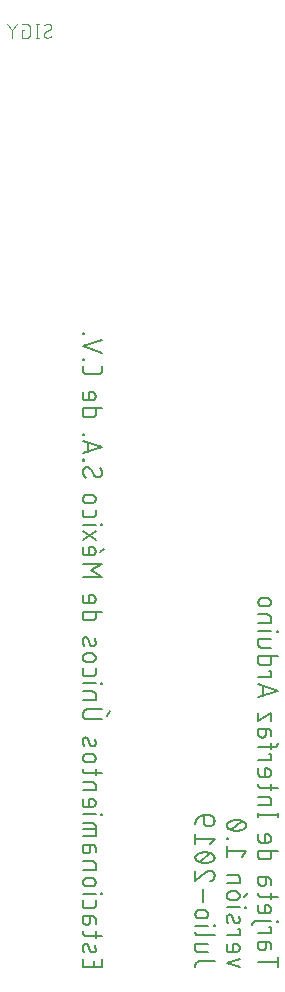
<source format=gbr>
G04 EAGLE Gerber X2 export*
%TF.Part,Single*%
%TF.FileFunction,Legend,Bot,1*%
%TF.FilePolarity,Positive*%
%TF.GenerationSoftware,Autodesk,EAGLE,8.6.3*%
%TF.CreationDate,2019-08-01T17:55:09Z*%
G75*
%MOMM*%
%FSLAX34Y34*%
%LPD*%
%AMOC8*
5,1,8,0,0,1.08239X$1,22.5*%
G01*
%ADD10C,0.152400*%
%ADD11C,0.101600*%


D10*
X593852Y87828D02*
X610108Y87828D01*
X610108Y92343D02*
X610108Y83312D01*
X600174Y100850D02*
X600174Y104914D01*
X600174Y100850D02*
X600172Y100738D01*
X600166Y100627D01*
X600156Y100516D01*
X600143Y100405D01*
X600125Y100295D01*
X600103Y100186D01*
X600078Y100077D01*
X600049Y99969D01*
X600016Y99863D01*
X599979Y99757D01*
X599939Y99653D01*
X599895Y99551D01*
X599847Y99450D01*
X599796Y99351D01*
X599741Y99253D01*
X599683Y99158D01*
X599622Y99065D01*
X599557Y98974D01*
X599489Y98885D01*
X599418Y98799D01*
X599345Y98716D01*
X599268Y98635D01*
X599188Y98556D01*
X599106Y98481D01*
X599021Y98409D01*
X598934Y98339D01*
X598844Y98273D01*
X598752Y98210D01*
X598657Y98150D01*
X598561Y98094D01*
X598463Y98041D01*
X598363Y97992D01*
X598261Y97946D01*
X598158Y97904D01*
X598053Y97865D01*
X597947Y97830D01*
X597840Y97799D01*
X597732Y97772D01*
X597623Y97748D01*
X597513Y97729D01*
X597403Y97713D01*
X597292Y97701D01*
X597180Y97693D01*
X597069Y97689D01*
X596957Y97689D01*
X596846Y97693D01*
X596734Y97701D01*
X596623Y97713D01*
X596513Y97729D01*
X596403Y97748D01*
X596294Y97772D01*
X596186Y97799D01*
X596079Y97830D01*
X595973Y97865D01*
X595868Y97904D01*
X595765Y97946D01*
X595663Y97992D01*
X595563Y98041D01*
X595465Y98094D01*
X595369Y98150D01*
X595274Y98210D01*
X595182Y98273D01*
X595092Y98339D01*
X595005Y98409D01*
X594920Y98481D01*
X594838Y98556D01*
X594758Y98635D01*
X594681Y98716D01*
X594608Y98799D01*
X594537Y98885D01*
X594469Y98974D01*
X594404Y99065D01*
X594343Y99158D01*
X594285Y99253D01*
X594230Y99351D01*
X594179Y99450D01*
X594131Y99551D01*
X594087Y99653D01*
X594047Y99757D01*
X594010Y99863D01*
X593977Y99969D01*
X593948Y100077D01*
X593923Y100186D01*
X593901Y100295D01*
X593883Y100405D01*
X593870Y100516D01*
X593860Y100627D01*
X593854Y100738D01*
X593852Y100850D01*
X593852Y104914D01*
X601980Y104914D01*
X601980Y104913D02*
X602081Y104911D01*
X602182Y104905D01*
X602283Y104896D01*
X602384Y104883D01*
X602484Y104866D01*
X602583Y104845D01*
X602681Y104821D01*
X602778Y104793D01*
X602875Y104761D01*
X602970Y104726D01*
X603063Y104687D01*
X603155Y104645D01*
X603246Y104599D01*
X603335Y104550D01*
X603421Y104498D01*
X603506Y104442D01*
X603589Y104384D01*
X603669Y104322D01*
X603747Y104257D01*
X603823Y104190D01*
X603896Y104120D01*
X603966Y104047D01*
X604033Y103971D01*
X604098Y103893D01*
X604160Y103813D01*
X604218Y103730D01*
X604274Y103645D01*
X604326Y103559D01*
X604375Y103470D01*
X604421Y103379D01*
X604463Y103287D01*
X604502Y103194D01*
X604537Y103099D01*
X604569Y103002D01*
X604597Y102905D01*
X604621Y102807D01*
X604642Y102708D01*
X604659Y102608D01*
X604672Y102507D01*
X604681Y102406D01*
X604687Y102305D01*
X604689Y102204D01*
X604689Y98592D01*
X604689Y112436D02*
X593852Y112436D01*
X604689Y112436D02*
X604689Y117855D01*
X602883Y117855D01*
X604689Y122494D02*
X591143Y122494D01*
X591039Y122492D01*
X590936Y122486D01*
X590832Y122476D01*
X590729Y122462D01*
X590627Y122444D01*
X590526Y122423D01*
X590425Y122397D01*
X590326Y122368D01*
X590227Y122335D01*
X590130Y122298D01*
X590035Y122257D01*
X589941Y122213D01*
X589849Y122165D01*
X589759Y122114D01*
X589670Y122059D01*
X589584Y122001D01*
X589501Y121939D01*
X589419Y121875D01*
X589341Y121807D01*
X589265Y121737D01*
X589191Y121664D01*
X589121Y121587D01*
X589053Y121509D01*
X588989Y121427D01*
X588927Y121344D01*
X588869Y121258D01*
X588814Y121169D01*
X588763Y121079D01*
X588715Y120987D01*
X588671Y120893D01*
X588630Y120798D01*
X588593Y120701D01*
X588560Y120602D01*
X588531Y120503D01*
X588505Y120402D01*
X588484Y120301D01*
X588466Y120199D01*
X588452Y120096D01*
X588442Y119992D01*
X588436Y119889D01*
X588434Y119785D01*
X588433Y119785D02*
X588433Y118882D01*
X609205Y122043D02*
X610108Y122043D01*
X610108Y122946D01*
X609205Y122946D01*
X609205Y122043D01*
X593852Y131734D02*
X593852Y136250D01*
X593852Y131734D02*
X593854Y131633D01*
X593860Y131532D01*
X593869Y131431D01*
X593882Y131330D01*
X593899Y131230D01*
X593920Y131131D01*
X593944Y131033D01*
X593972Y130936D01*
X594004Y130839D01*
X594039Y130744D01*
X594078Y130651D01*
X594120Y130559D01*
X594166Y130468D01*
X594215Y130380D01*
X594267Y130293D01*
X594323Y130208D01*
X594381Y130125D01*
X594443Y130045D01*
X594508Y129967D01*
X594575Y129891D01*
X594645Y129818D01*
X594718Y129748D01*
X594794Y129681D01*
X594872Y129616D01*
X594952Y129554D01*
X595035Y129496D01*
X595120Y129440D01*
X595207Y129388D01*
X595295Y129339D01*
X595386Y129293D01*
X595478Y129251D01*
X595571Y129212D01*
X595666Y129177D01*
X595763Y129145D01*
X595860Y129117D01*
X595958Y129093D01*
X596057Y129072D01*
X596157Y129055D01*
X596258Y129042D01*
X596359Y129033D01*
X596460Y129027D01*
X596561Y129025D01*
X601077Y129025D01*
X601196Y129027D01*
X601316Y129033D01*
X601435Y129043D01*
X601553Y129057D01*
X601672Y129074D01*
X601789Y129096D01*
X601906Y129121D01*
X602021Y129151D01*
X602136Y129184D01*
X602250Y129221D01*
X602362Y129261D01*
X602473Y129306D01*
X602582Y129354D01*
X602690Y129405D01*
X602796Y129460D01*
X602900Y129519D01*
X603002Y129581D01*
X603102Y129646D01*
X603200Y129715D01*
X603296Y129787D01*
X603389Y129862D01*
X603479Y129939D01*
X603567Y130020D01*
X603652Y130104D01*
X603734Y130191D01*
X603814Y130280D01*
X603890Y130372D01*
X603964Y130466D01*
X604034Y130563D01*
X604101Y130661D01*
X604165Y130762D01*
X604225Y130866D01*
X604282Y130971D01*
X604335Y131078D01*
X604385Y131186D01*
X604431Y131296D01*
X604473Y131408D01*
X604512Y131521D01*
X604547Y131635D01*
X604578Y131750D01*
X604606Y131867D01*
X604629Y131984D01*
X604649Y132101D01*
X604665Y132220D01*
X604677Y132339D01*
X604685Y132458D01*
X604689Y132577D01*
X604689Y132697D01*
X604685Y132816D01*
X604677Y132935D01*
X604665Y133054D01*
X604649Y133173D01*
X604629Y133290D01*
X604606Y133407D01*
X604578Y133524D01*
X604547Y133639D01*
X604512Y133753D01*
X604473Y133866D01*
X604431Y133978D01*
X604385Y134088D01*
X604335Y134196D01*
X604282Y134303D01*
X604225Y134408D01*
X604165Y134512D01*
X604101Y134613D01*
X604034Y134711D01*
X603964Y134808D01*
X603890Y134902D01*
X603814Y134994D01*
X603734Y135083D01*
X603652Y135170D01*
X603567Y135254D01*
X603479Y135335D01*
X603389Y135412D01*
X603296Y135487D01*
X603200Y135559D01*
X603102Y135628D01*
X603002Y135693D01*
X602900Y135755D01*
X602796Y135814D01*
X602690Y135869D01*
X602582Y135920D01*
X602473Y135968D01*
X602362Y136013D01*
X602250Y136053D01*
X602136Y136090D01*
X602021Y136123D01*
X601906Y136153D01*
X601789Y136178D01*
X601672Y136200D01*
X601553Y136217D01*
X601435Y136231D01*
X601316Y136241D01*
X601196Y136247D01*
X601077Y136249D01*
X601077Y136250D02*
X599271Y136250D01*
X599271Y129025D01*
X604689Y141274D02*
X604689Y146693D01*
X610108Y143081D02*
X596561Y143081D01*
X596460Y143083D01*
X596359Y143089D01*
X596258Y143098D01*
X596157Y143111D01*
X596057Y143128D01*
X595958Y143149D01*
X595860Y143173D01*
X595763Y143201D01*
X595666Y143233D01*
X595571Y143268D01*
X595478Y143307D01*
X595386Y143349D01*
X595295Y143395D01*
X595207Y143444D01*
X595120Y143496D01*
X595035Y143552D01*
X594952Y143610D01*
X594872Y143672D01*
X594794Y143737D01*
X594718Y143804D01*
X594645Y143874D01*
X594575Y143947D01*
X594508Y144023D01*
X594443Y144101D01*
X594381Y144181D01*
X594323Y144264D01*
X594267Y144349D01*
X594215Y144436D01*
X594166Y144524D01*
X594120Y144615D01*
X594078Y144707D01*
X594039Y144800D01*
X594004Y144895D01*
X593972Y144992D01*
X593944Y145089D01*
X593920Y145187D01*
X593899Y145286D01*
X593882Y145386D01*
X593869Y145487D01*
X593860Y145588D01*
X593854Y145689D01*
X593852Y145790D01*
X593852Y146693D01*
X600174Y155559D02*
X600174Y159623D01*
X600174Y155559D02*
X600172Y155447D01*
X600166Y155336D01*
X600156Y155225D01*
X600143Y155114D01*
X600125Y155004D01*
X600103Y154895D01*
X600078Y154786D01*
X600049Y154678D01*
X600016Y154572D01*
X599979Y154466D01*
X599939Y154362D01*
X599895Y154260D01*
X599847Y154159D01*
X599796Y154060D01*
X599741Y153962D01*
X599683Y153867D01*
X599622Y153774D01*
X599557Y153683D01*
X599489Y153594D01*
X599418Y153508D01*
X599345Y153425D01*
X599268Y153344D01*
X599188Y153265D01*
X599106Y153190D01*
X599021Y153118D01*
X598934Y153048D01*
X598844Y152982D01*
X598752Y152919D01*
X598657Y152859D01*
X598561Y152803D01*
X598463Y152750D01*
X598363Y152701D01*
X598261Y152655D01*
X598158Y152613D01*
X598053Y152574D01*
X597947Y152539D01*
X597840Y152508D01*
X597732Y152481D01*
X597623Y152457D01*
X597513Y152438D01*
X597403Y152422D01*
X597292Y152410D01*
X597180Y152402D01*
X597069Y152398D01*
X596957Y152398D01*
X596846Y152402D01*
X596734Y152410D01*
X596623Y152422D01*
X596513Y152438D01*
X596403Y152457D01*
X596294Y152481D01*
X596186Y152508D01*
X596079Y152539D01*
X595973Y152574D01*
X595868Y152613D01*
X595765Y152655D01*
X595663Y152701D01*
X595563Y152750D01*
X595465Y152803D01*
X595369Y152859D01*
X595274Y152919D01*
X595182Y152982D01*
X595092Y153048D01*
X595005Y153118D01*
X594920Y153190D01*
X594838Y153265D01*
X594758Y153344D01*
X594681Y153425D01*
X594608Y153508D01*
X594537Y153594D01*
X594469Y153683D01*
X594404Y153774D01*
X594343Y153867D01*
X594285Y153962D01*
X594230Y154060D01*
X594179Y154159D01*
X594131Y154260D01*
X594087Y154362D01*
X594047Y154466D01*
X594010Y154572D01*
X593977Y154678D01*
X593948Y154786D01*
X593923Y154895D01*
X593901Y155004D01*
X593883Y155114D01*
X593870Y155225D01*
X593860Y155336D01*
X593854Y155447D01*
X593852Y155559D01*
X593852Y159623D01*
X601980Y159623D01*
X602081Y159621D01*
X602182Y159615D01*
X602283Y159606D01*
X602384Y159593D01*
X602484Y159576D01*
X602583Y159555D01*
X602681Y159531D01*
X602778Y159503D01*
X602875Y159471D01*
X602970Y159436D01*
X603063Y159397D01*
X603155Y159355D01*
X603246Y159309D01*
X603335Y159260D01*
X603421Y159208D01*
X603506Y159152D01*
X603589Y159094D01*
X603669Y159032D01*
X603747Y158967D01*
X603823Y158900D01*
X603896Y158830D01*
X603966Y158757D01*
X604033Y158681D01*
X604098Y158603D01*
X604160Y158523D01*
X604218Y158440D01*
X604274Y158355D01*
X604326Y158269D01*
X604375Y158180D01*
X604421Y158089D01*
X604463Y157997D01*
X604502Y157904D01*
X604537Y157809D01*
X604569Y157712D01*
X604597Y157615D01*
X604621Y157517D01*
X604642Y157418D01*
X604659Y157318D01*
X604672Y157217D01*
X604681Y157116D01*
X604687Y157015D01*
X604689Y156914D01*
X604689Y153301D01*
X610108Y182028D02*
X593852Y182028D01*
X593852Y177512D01*
X593854Y177411D01*
X593860Y177310D01*
X593869Y177209D01*
X593882Y177108D01*
X593899Y177008D01*
X593920Y176909D01*
X593944Y176811D01*
X593972Y176714D01*
X594004Y176617D01*
X594039Y176522D01*
X594078Y176429D01*
X594120Y176337D01*
X594166Y176246D01*
X594215Y176158D01*
X594267Y176071D01*
X594323Y175986D01*
X594381Y175903D01*
X594443Y175823D01*
X594508Y175745D01*
X594575Y175669D01*
X594645Y175596D01*
X594718Y175526D01*
X594794Y175459D01*
X594872Y175394D01*
X594952Y175332D01*
X595035Y175274D01*
X595120Y175218D01*
X595207Y175166D01*
X595295Y175117D01*
X595386Y175071D01*
X595478Y175029D01*
X595571Y174990D01*
X595666Y174955D01*
X595763Y174923D01*
X595860Y174895D01*
X595958Y174871D01*
X596057Y174850D01*
X596157Y174833D01*
X596258Y174820D01*
X596359Y174811D01*
X596460Y174805D01*
X596561Y174803D01*
X601980Y174803D01*
X602081Y174805D01*
X602182Y174811D01*
X602283Y174820D01*
X602384Y174833D01*
X602484Y174850D01*
X602583Y174871D01*
X602681Y174895D01*
X602778Y174923D01*
X602875Y174955D01*
X602970Y174990D01*
X603063Y175029D01*
X603155Y175071D01*
X603246Y175117D01*
X603335Y175166D01*
X603421Y175218D01*
X603506Y175274D01*
X603589Y175332D01*
X603669Y175394D01*
X603747Y175459D01*
X603823Y175526D01*
X603896Y175596D01*
X603966Y175669D01*
X604033Y175745D01*
X604098Y175823D01*
X604160Y175903D01*
X604218Y175986D01*
X604274Y176071D01*
X604326Y176157D01*
X604375Y176246D01*
X604421Y176337D01*
X604463Y176429D01*
X604502Y176522D01*
X604537Y176617D01*
X604569Y176714D01*
X604597Y176811D01*
X604621Y176909D01*
X604642Y177008D01*
X604659Y177108D01*
X604672Y177209D01*
X604681Y177310D01*
X604687Y177411D01*
X604689Y177512D01*
X604689Y182028D01*
X593852Y191654D02*
X593852Y196169D01*
X593852Y191654D02*
X593854Y191553D01*
X593860Y191452D01*
X593869Y191351D01*
X593882Y191250D01*
X593899Y191150D01*
X593920Y191051D01*
X593944Y190953D01*
X593972Y190856D01*
X594004Y190759D01*
X594039Y190664D01*
X594078Y190571D01*
X594120Y190479D01*
X594166Y190388D01*
X594215Y190300D01*
X594267Y190213D01*
X594323Y190128D01*
X594381Y190045D01*
X594443Y189965D01*
X594508Y189887D01*
X594575Y189811D01*
X594645Y189738D01*
X594718Y189668D01*
X594794Y189601D01*
X594872Y189536D01*
X594952Y189474D01*
X595035Y189416D01*
X595120Y189360D01*
X595207Y189308D01*
X595295Y189259D01*
X595386Y189213D01*
X595478Y189171D01*
X595571Y189132D01*
X595666Y189097D01*
X595763Y189065D01*
X595860Y189037D01*
X595958Y189013D01*
X596057Y188992D01*
X596157Y188975D01*
X596258Y188962D01*
X596359Y188953D01*
X596460Y188947D01*
X596561Y188945D01*
X596561Y188944D02*
X601077Y188944D01*
X601077Y188945D02*
X601196Y188947D01*
X601316Y188953D01*
X601435Y188963D01*
X601553Y188977D01*
X601672Y188994D01*
X601789Y189016D01*
X601906Y189041D01*
X602021Y189071D01*
X602136Y189104D01*
X602250Y189141D01*
X602362Y189181D01*
X602473Y189226D01*
X602582Y189274D01*
X602690Y189325D01*
X602796Y189380D01*
X602900Y189439D01*
X603002Y189501D01*
X603102Y189566D01*
X603200Y189635D01*
X603296Y189707D01*
X603389Y189782D01*
X603479Y189859D01*
X603567Y189940D01*
X603652Y190024D01*
X603734Y190111D01*
X603814Y190200D01*
X603890Y190292D01*
X603964Y190386D01*
X604034Y190483D01*
X604101Y190581D01*
X604165Y190682D01*
X604225Y190786D01*
X604282Y190891D01*
X604335Y190998D01*
X604385Y191106D01*
X604431Y191216D01*
X604473Y191328D01*
X604512Y191441D01*
X604547Y191555D01*
X604578Y191670D01*
X604606Y191787D01*
X604629Y191904D01*
X604649Y192021D01*
X604665Y192140D01*
X604677Y192259D01*
X604685Y192378D01*
X604689Y192497D01*
X604689Y192617D01*
X604685Y192736D01*
X604677Y192855D01*
X604665Y192974D01*
X604649Y193093D01*
X604629Y193210D01*
X604606Y193327D01*
X604578Y193444D01*
X604547Y193559D01*
X604512Y193673D01*
X604473Y193786D01*
X604431Y193898D01*
X604385Y194008D01*
X604335Y194116D01*
X604282Y194223D01*
X604225Y194328D01*
X604165Y194432D01*
X604101Y194533D01*
X604034Y194631D01*
X603964Y194728D01*
X603890Y194822D01*
X603814Y194914D01*
X603734Y195003D01*
X603652Y195090D01*
X603567Y195174D01*
X603479Y195255D01*
X603389Y195332D01*
X603296Y195407D01*
X603200Y195479D01*
X603102Y195548D01*
X603002Y195613D01*
X602900Y195675D01*
X602796Y195734D01*
X602690Y195789D01*
X602582Y195840D01*
X602473Y195888D01*
X602362Y195933D01*
X602250Y195973D01*
X602136Y196010D01*
X602021Y196043D01*
X601906Y196073D01*
X601789Y196098D01*
X601672Y196120D01*
X601553Y196137D01*
X601435Y196151D01*
X601316Y196161D01*
X601196Y196167D01*
X601077Y196169D01*
X599271Y196169D01*
X599271Y188944D01*
X593852Y212356D02*
X610108Y212356D01*
X593852Y210550D02*
X593852Y214162D01*
X610108Y214162D02*
X610108Y210550D01*
X604689Y220728D02*
X593852Y220728D01*
X604689Y220728D02*
X604689Y225243D01*
X604687Y225344D01*
X604681Y225445D01*
X604672Y225546D01*
X604659Y225647D01*
X604642Y225747D01*
X604621Y225846D01*
X604597Y225944D01*
X604569Y226041D01*
X604537Y226138D01*
X604502Y226233D01*
X604463Y226326D01*
X604421Y226418D01*
X604375Y226509D01*
X604326Y226598D01*
X604274Y226684D01*
X604218Y226769D01*
X604160Y226852D01*
X604098Y226932D01*
X604033Y227010D01*
X603966Y227086D01*
X603896Y227159D01*
X603823Y227229D01*
X603747Y227296D01*
X603669Y227361D01*
X603589Y227423D01*
X603506Y227481D01*
X603421Y227537D01*
X603335Y227589D01*
X603246Y227638D01*
X603155Y227684D01*
X603063Y227726D01*
X602970Y227765D01*
X602875Y227800D01*
X602778Y227832D01*
X602681Y227860D01*
X602583Y227884D01*
X602484Y227905D01*
X602384Y227922D01*
X602283Y227935D01*
X602182Y227944D01*
X602081Y227950D01*
X601980Y227952D01*
X601980Y227953D02*
X593852Y227953D01*
X604689Y233498D02*
X604689Y238917D01*
X610108Y235305D02*
X596561Y235305D01*
X596460Y235307D01*
X596359Y235313D01*
X596258Y235322D01*
X596157Y235335D01*
X596057Y235352D01*
X595958Y235373D01*
X595860Y235397D01*
X595763Y235425D01*
X595666Y235457D01*
X595571Y235492D01*
X595478Y235531D01*
X595386Y235573D01*
X595295Y235619D01*
X595207Y235668D01*
X595120Y235720D01*
X595035Y235776D01*
X594952Y235834D01*
X594872Y235896D01*
X594794Y235961D01*
X594718Y236028D01*
X594645Y236098D01*
X594575Y236171D01*
X594508Y236247D01*
X594443Y236325D01*
X594381Y236405D01*
X594323Y236488D01*
X594267Y236573D01*
X594215Y236660D01*
X594166Y236748D01*
X594120Y236839D01*
X594078Y236931D01*
X594039Y237024D01*
X594004Y237119D01*
X593972Y237216D01*
X593944Y237313D01*
X593920Y237411D01*
X593899Y237510D01*
X593882Y237610D01*
X593869Y237711D01*
X593860Y237812D01*
X593854Y237913D01*
X593852Y238014D01*
X593852Y238917D01*
X593852Y247405D02*
X593852Y251920D01*
X593852Y247405D02*
X593854Y247304D01*
X593860Y247203D01*
X593869Y247102D01*
X593882Y247001D01*
X593899Y246901D01*
X593920Y246802D01*
X593944Y246704D01*
X593972Y246607D01*
X594004Y246510D01*
X594039Y246415D01*
X594078Y246322D01*
X594120Y246230D01*
X594166Y246139D01*
X594215Y246051D01*
X594267Y245964D01*
X594323Y245879D01*
X594381Y245796D01*
X594443Y245716D01*
X594508Y245638D01*
X594575Y245562D01*
X594645Y245489D01*
X594718Y245419D01*
X594794Y245352D01*
X594872Y245287D01*
X594952Y245225D01*
X595035Y245167D01*
X595120Y245111D01*
X595207Y245059D01*
X595295Y245010D01*
X595386Y244964D01*
X595478Y244922D01*
X595571Y244883D01*
X595666Y244848D01*
X595763Y244816D01*
X595860Y244788D01*
X595958Y244764D01*
X596057Y244743D01*
X596157Y244726D01*
X596258Y244713D01*
X596359Y244704D01*
X596460Y244698D01*
X596561Y244696D01*
X601077Y244696D01*
X601196Y244698D01*
X601316Y244704D01*
X601435Y244714D01*
X601553Y244728D01*
X601672Y244745D01*
X601789Y244767D01*
X601906Y244792D01*
X602021Y244822D01*
X602136Y244855D01*
X602250Y244892D01*
X602362Y244932D01*
X602473Y244977D01*
X602582Y245025D01*
X602690Y245076D01*
X602796Y245131D01*
X602900Y245190D01*
X603002Y245252D01*
X603102Y245317D01*
X603200Y245386D01*
X603296Y245458D01*
X603389Y245533D01*
X603479Y245610D01*
X603567Y245691D01*
X603652Y245775D01*
X603734Y245862D01*
X603814Y245951D01*
X603890Y246043D01*
X603964Y246137D01*
X604034Y246234D01*
X604101Y246332D01*
X604165Y246433D01*
X604225Y246537D01*
X604282Y246642D01*
X604335Y246749D01*
X604385Y246857D01*
X604431Y246967D01*
X604473Y247079D01*
X604512Y247192D01*
X604547Y247306D01*
X604578Y247421D01*
X604606Y247538D01*
X604629Y247655D01*
X604649Y247772D01*
X604665Y247891D01*
X604677Y248010D01*
X604685Y248129D01*
X604689Y248248D01*
X604689Y248368D01*
X604685Y248487D01*
X604677Y248606D01*
X604665Y248725D01*
X604649Y248844D01*
X604629Y248961D01*
X604606Y249078D01*
X604578Y249195D01*
X604547Y249310D01*
X604512Y249424D01*
X604473Y249537D01*
X604431Y249649D01*
X604385Y249759D01*
X604335Y249867D01*
X604282Y249974D01*
X604225Y250079D01*
X604165Y250183D01*
X604101Y250284D01*
X604034Y250382D01*
X603964Y250479D01*
X603890Y250573D01*
X603814Y250665D01*
X603734Y250754D01*
X603652Y250841D01*
X603567Y250925D01*
X603479Y251006D01*
X603389Y251083D01*
X603296Y251158D01*
X603200Y251230D01*
X603102Y251299D01*
X603002Y251364D01*
X602900Y251426D01*
X602796Y251485D01*
X602690Y251540D01*
X602582Y251591D01*
X602473Y251639D01*
X602362Y251684D01*
X602250Y251724D01*
X602136Y251761D01*
X602021Y251794D01*
X601906Y251824D01*
X601789Y251849D01*
X601672Y251871D01*
X601553Y251888D01*
X601435Y251902D01*
X601316Y251912D01*
X601196Y251918D01*
X601077Y251920D01*
X599271Y251920D01*
X599271Y244696D01*
X604689Y258848D02*
X593852Y258848D01*
X604689Y258848D02*
X604689Y264267D01*
X602883Y264267D01*
X607399Y270072D02*
X593852Y270072D01*
X607399Y270073D02*
X607503Y270075D01*
X607606Y270081D01*
X607710Y270091D01*
X607813Y270105D01*
X607915Y270123D01*
X608016Y270144D01*
X608117Y270170D01*
X608216Y270199D01*
X608315Y270232D01*
X608412Y270269D01*
X608507Y270310D01*
X608601Y270354D01*
X608693Y270402D01*
X608783Y270453D01*
X608872Y270508D01*
X608958Y270566D01*
X609041Y270628D01*
X609123Y270692D01*
X609201Y270760D01*
X609277Y270830D01*
X609351Y270903D01*
X609421Y270980D01*
X609489Y271058D01*
X609553Y271140D01*
X609615Y271223D01*
X609673Y271309D01*
X609728Y271398D01*
X609779Y271488D01*
X609827Y271580D01*
X609871Y271674D01*
X609912Y271769D01*
X609949Y271866D01*
X609982Y271965D01*
X610011Y272064D01*
X610037Y272165D01*
X610058Y272266D01*
X610076Y272368D01*
X610090Y272471D01*
X610100Y272575D01*
X610106Y272678D01*
X610108Y272782D01*
X610108Y273685D01*
X604689Y273685D02*
X604689Y268266D01*
X600174Y281130D02*
X600174Y285194D01*
X600174Y281130D02*
X600172Y281018D01*
X600166Y280907D01*
X600156Y280796D01*
X600143Y280685D01*
X600125Y280575D01*
X600103Y280466D01*
X600078Y280357D01*
X600049Y280249D01*
X600016Y280143D01*
X599979Y280037D01*
X599939Y279933D01*
X599895Y279831D01*
X599847Y279730D01*
X599796Y279631D01*
X599741Y279533D01*
X599683Y279438D01*
X599622Y279345D01*
X599557Y279254D01*
X599489Y279165D01*
X599418Y279079D01*
X599345Y278996D01*
X599268Y278915D01*
X599188Y278836D01*
X599106Y278761D01*
X599021Y278689D01*
X598934Y278619D01*
X598844Y278553D01*
X598752Y278490D01*
X598657Y278430D01*
X598561Y278374D01*
X598463Y278321D01*
X598363Y278272D01*
X598261Y278226D01*
X598158Y278184D01*
X598053Y278145D01*
X597947Y278110D01*
X597840Y278079D01*
X597732Y278052D01*
X597623Y278028D01*
X597513Y278009D01*
X597403Y277993D01*
X597292Y277981D01*
X597180Y277973D01*
X597069Y277969D01*
X596957Y277969D01*
X596846Y277973D01*
X596734Y277981D01*
X596623Y277993D01*
X596513Y278009D01*
X596403Y278028D01*
X596294Y278052D01*
X596186Y278079D01*
X596079Y278110D01*
X595973Y278145D01*
X595868Y278184D01*
X595765Y278226D01*
X595663Y278272D01*
X595563Y278321D01*
X595465Y278374D01*
X595369Y278430D01*
X595274Y278490D01*
X595182Y278553D01*
X595092Y278619D01*
X595005Y278689D01*
X594920Y278761D01*
X594838Y278836D01*
X594758Y278915D01*
X594681Y278996D01*
X594608Y279079D01*
X594537Y279165D01*
X594469Y279254D01*
X594404Y279345D01*
X594343Y279438D01*
X594285Y279533D01*
X594230Y279631D01*
X594179Y279730D01*
X594131Y279831D01*
X594087Y279933D01*
X594047Y280037D01*
X594010Y280143D01*
X593977Y280249D01*
X593948Y280357D01*
X593923Y280466D01*
X593901Y280575D01*
X593883Y280685D01*
X593870Y280796D01*
X593860Y280907D01*
X593854Y281018D01*
X593852Y281130D01*
X593852Y285194D01*
X601980Y285194D01*
X601980Y285193D02*
X602081Y285191D01*
X602182Y285185D01*
X602283Y285176D01*
X602384Y285163D01*
X602484Y285146D01*
X602583Y285125D01*
X602681Y285101D01*
X602778Y285073D01*
X602875Y285041D01*
X602970Y285006D01*
X603063Y284967D01*
X603155Y284925D01*
X603246Y284879D01*
X603335Y284830D01*
X603421Y284778D01*
X603506Y284722D01*
X603589Y284664D01*
X603669Y284602D01*
X603747Y284537D01*
X603823Y284470D01*
X603896Y284400D01*
X603966Y284327D01*
X604033Y284251D01*
X604098Y284173D01*
X604160Y284093D01*
X604218Y284010D01*
X604274Y283925D01*
X604326Y283839D01*
X604375Y283750D01*
X604421Y283659D01*
X604463Y283567D01*
X604502Y283474D01*
X604537Y283379D01*
X604569Y283282D01*
X604597Y283185D01*
X604621Y283087D01*
X604642Y282988D01*
X604659Y282888D01*
X604672Y282787D01*
X604681Y282686D01*
X604687Y282585D01*
X604689Y282484D01*
X604689Y278872D01*
X604689Y291589D02*
X604689Y298814D01*
X593852Y291589D01*
X593852Y298814D01*
X593852Y312188D02*
X610108Y317606D01*
X593852Y323025D01*
X597916Y321670D02*
X597916Y313542D01*
X593852Y329189D02*
X604689Y329189D01*
X604689Y334608D01*
X602883Y334608D01*
X610108Y346676D02*
X593852Y346676D01*
X593852Y342161D01*
X593854Y342060D01*
X593860Y341959D01*
X593869Y341858D01*
X593882Y341757D01*
X593899Y341657D01*
X593920Y341558D01*
X593944Y341460D01*
X593972Y341363D01*
X594004Y341266D01*
X594039Y341171D01*
X594078Y341078D01*
X594120Y340986D01*
X594166Y340895D01*
X594215Y340807D01*
X594267Y340720D01*
X594323Y340635D01*
X594381Y340552D01*
X594443Y340472D01*
X594508Y340394D01*
X594575Y340318D01*
X594645Y340245D01*
X594718Y340175D01*
X594794Y340108D01*
X594872Y340043D01*
X594952Y339981D01*
X595035Y339923D01*
X595120Y339867D01*
X595207Y339815D01*
X595295Y339766D01*
X595386Y339720D01*
X595478Y339678D01*
X595571Y339639D01*
X595666Y339604D01*
X595763Y339572D01*
X595860Y339544D01*
X595958Y339520D01*
X596057Y339499D01*
X596157Y339482D01*
X596258Y339469D01*
X596359Y339460D01*
X596460Y339454D01*
X596561Y339452D01*
X601980Y339452D01*
X602081Y339454D01*
X602182Y339460D01*
X602283Y339469D01*
X602384Y339482D01*
X602484Y339499D01*
X602583Y339520D01*
X602681Y339544D01*
X602778Y339572D01*
X602875Y339604D01*
X602970Y339639D01*
X603063Y339678D01*
X603155Y339720D01*
X603246Y339766D01*
X603335Y339815D01*
X603421Y339867D01*
X603506Y339923D01*
X603589Y339981D01*
X603669Y340043D01*
X603747Y340108D01*
X603823Y340175D01*
X603896Y340245D01*
X603966Y340318D01*
X604033Y340394D01*
X604098Y340472D01*
X604160Y340552D01*
X604218Y340635D01*
X604274Y340720D01*
X604326Y340807D01*
X604375Y340895D01*
X604421Y340986D01*
X604463Y341078D01*
X604502Y341171D01*
X604537Y341266D01*
X604569Y341363D01*
X604597Y341460D01*
X604621Y341558D01*
X604642Y341657D01*
X604659Y341757D01*
X604672Y341858D01*
X604681Y341959D01*
X604687Y342060D01*
X604689Y342161D01*
X604689Y346676D01*
X604689Y354114D02*
X596561Y354114D01*
X596460Y354116D01*
X596359Y354122D01*
X596258Y354131D01*
X596157Y354144D01*
X596057Y354161D01*
X595958Y354182D01*
X595860Y354206D01*
X595763Y354234D01*
X595666Y354266D01*
X595571Y354301D01*
X595478Y354340D01*
X595386Y354382D01*
X595295Y354428D01*
X595207Y354477D01*
X595120Y354529D01*
X595035Y354585D01*
X594952Y354643D01*
X594872Y354705D01*
X594794Y354770D01*
X594718Y354837D01*
X594645Y354907D01*
X594575Y354980D01*
X594508Y355056D01*
X594443Y355134D01*
X594381Y355214D01*
X594323Y355297D01*
X594267Y355382D01*
X594215Y355469D01*
X594166Y355557D01*
X594120Y355648D01*
X594078Y355740D01*
X594039Y355833D01*
X594004Y355928D01*
X593972Y356025D01*
X593944Y356122D01*
X593920Y356220D01*
X593899Y356319D01*
X593882Y356419D01*
X593869Y356520D01*
X593860Y356621D01*
X593854Y356722D01*
X593852Y356823D01*
X593852Y361339D01*
X604689Y361339D01*
X604689Y368147D02*
X593852Y368147D01*
X609205Y367696D02*
X610108Y367696D01*
X610108Y368599D01*
X609205Y368599D01*
X609205Y367696D01*
X604689Y374956D02*
X593852Y374956D01*
X604689Y374956D02*
X604689Y379471D01*
X604687Y379572D01*
X604681Y379673D01*
X604672Y379774D01*
X604659Y379875D01*
X604642Y379975D01*
X604621Y380074D01*
X604597Y380172D01*
X604569Y380269D01*
X604537Y380366D01*
X604502Y380461D01*
X604463Y380554D01*
X604421Y380646D01*
X604375Y380737D01*
X604326Y380826D01*
X604274Y380912D01*
X604218Y380997D01*
X604160Y381080D01*
X604098Y381160D01*
X604033Y381238D01*
X603966Y381314D01*
X603896Y381387D01*
X603823Y381457D01*
X603747Y381524D01*
X603669Y381589D01*
X603589Y381651D01*
X603506Y381709D01*
X603421Y381765D01*
X603335Y381817D01*
X603246Y381866D01*
X603155Y381912D01*
X603063Y381954D01*
X602970Y381993D01*
X602875Y382028D01*
X602778Y382060D01*
X602681Y382088D01*
X602583Y382112D01*
X602484Y382133D01*
X602384Y382150D01*
X602283Y382163D01*
X602182Y382172D01*
X602081Y382178D01*
X601980Y382180D01*
X593852Y382180D01*
X597464Y389024D02*
X601077Y389024D01*
X601196Y389026D01*
X601316Y389032D01*
X601435Y389042D01*
X601553Y389056D01*
X601672Y389073D01*
X601789Y389095D01*
X601906Y389120D01*
X602021Y389150D01*
X602136Y389183D01*
X602250Y389220D01*
X602362Y389260D01*
X602473Y389305D01*
X602582Y389353D01*
X602690Y389404D01*
X602796Y389459D01*
X602900Y389518D01*
X603002Y389580D01*
X603102Y389645D01*
X603200Y389714D01*
X603296Y389786D01*
X603389Y389861D01*
X603479Y389938D01*
X603567Y390019D01*
X603652Y390103D01*
X603734Y390190D01*
X603814Y390279D01*
X603890Y390371D01*
X603964Y390465D01*
X604034Y390562D01*
X604101Y390660D01*
X604165Y390761D01*
X604225Y390865D01*
X604282Y390970D01*
X604335Y391077D01*
X604385Y391185D01*
X604431Y391295D01*
X604473Y391407D01*
X604512Y391520D01*
X604547Y391634D01*
X604578Y391749D01*
X604606Y391866D01*
X604629Y391983D01*
X604649Y392100D01*
X604665Y392219D01*
X604677Y392338D01*
X604685Y392457D01*
X604689Y392576D01*
X604689Y392696D01*
X604685Y392815D01*
X604677Y392934D01*
X604665Y393053D01*
X604649Y393172D01*
X604629Y393289D01*
X604606Y393406D01*
X604578Y393523D01*
X604547Y393638D01*
X604512Y393752D01*
X604473Y393865D01*
X604431Y393977D01*
X604385Y394087D01*
X604335Y394195D01*
X604282Y394302D01*
X604225Y394407D01*
X604165Y394511D01*
X604101Y394612D01*
X604034Y394710D01*
X603964Y394807D01*
X603890Y394901D01*
X603814Y394993D01*
X603734Y395082D01*
X603652Y395169D01*
X603567Y395253D01*
X603479Y395334D01*
X603389Y395411D01*
X603296Y395486D01*
X603200Y395558D01*
X603102Y395627D01*
X603002Y395692D01*
X602900Y395754D01*
X602796Y395813D01*
X602690Y395868D01*
X602582Y395919D01*
X602473Y395967D01*
X602362Y396012D01*
X602250Y396052D01*
X602136Y396089D01*
X602021Y396122D01*
X601906Y396152D01*
X601789Y396177D01*
X601672Y396199D01*
X601553Y396216D01*
X601435Y396230D01*
X601316Y396240D01*
X601196Y396246D01*
X601077Y396248D01*
X601077Y396249D02*
X597464Y396249D01*
X597464Y396248D02*
X597345Y396246D01*
X597225Y396240D01*
X597106Y396230D01*
X596988Y396216D01*
X596869Y396199D01*
X596752Y396177D01*
X596635Y396152D01*
X596520Y396122D01*
X596405Y396089D01*
X596291Y396052D01*
X596179Y396012D01*
X596068Y395967D01*
X595959Y395919D01*
X595851Y395868D01*
X595745Y395813D01*
X595641Y395754D01*
X595539Y395692D01*
X595439Y395627D01*
X595341Y395558D01*
X595245Y395486D01*
X595152Y395411D01*
X595062Y395334D01*
X594974Y395253D01*
X594889Y395169D01*
X594807Y395082D01*
X594727Y394993D01*
X594651Y394901D01*
X594577Y394807D01*
X594507Y394710D01*
X594440Y394612D01*
X594376Y394511D01*
X594316Y394407D01*
X594259Y394302D01*
X594206Y394195D01*
X594156Y394087D01*
X594110Y393977D01*
X594068Y393865D01*
X594029Y393752D01*
X593994Y393638D01*
X593963Y393523D01*
X593935Y393406D01*
X593912Y393289D01*
X593892Y393172D01*
X593876Y393053D01*
X593864Y392934D01*
X593856Y392815D01*
X593852Y392696D01*
X593852Y392576D01*
X593856Y392457D01*
X593864Y392338D01*
X593876Y392219D01*
X593892Y392100D01*
X593912Y391983D01*
X593935Y391866D01*
X593963Y391749D01*
X593994Y391634D01*
X594029Y391520D01*
X594068Y391407D01*
X594110Y391295D01*
X594156Y391185D01*
X594206Y391077D01*
X594259Y390970D01*
X594316Y390865D01*
X594376Y390761D01*
X594440Y390660D01*
X594507Y390562D01*
X594577Y390465D01*
X594651Y390371D01*
X594727Y390279D01*
X594807Y390190D01*
X594889Y390103D01*
X594974Y390019D01*
X595062Y389938D01*
X595152Y389861D01*
X595245Y389786D01*
X595341Y389714D01*
X595439Y389645D01*
X595539Y389580D01*
X595641Y389518D01*
X595745Y389459D01*
X595851Y389404D01*
X595959Y389353D01*
X596068Y389305D01*
X596179Y389260D01*
X596291Y389220D01*
X596405Y389183D01*
X596520Y389150D01*
X596635Y389120D01*
X596752Y389095D01*
X596869Y389073D01*
X596988Y389056D01*
X597106Y389042D01*
X597225Y389032D01*
X597345Y389026D01*
X597464Y389024D01*
X567182Y86924D02*
X578019Y83312D01*
X578019Y90537D02*
X567182Y86924D01*
X567182Y99047D02*
X567182Y103563D01*
X567182Y99047D02*
X567184Y98946D01*
X567190Y98845D01*
X567199Y98744D01*
X567212Y98643D01*
X567229Y98543D01*
X567250Y98444D01*
X567274Y98346D01*
X567302Y98249D01*
X567334Y98152D01*
X567369Y98057D01*
X567408Y97964D01*
X567450Y97872D01*
X567496Y97781D01*
X567545Y97693D01*
X567597Y97606D01*
X567653Y97521D01*
X567711Y97438D01*
X567773Y97358D01*
X567838Y97280D01*
X567905Y97204D01*
X567975Y97131D01*
X568048Y97061D01*
X568124Y96994D01*
X568202Y96929D01*
X568282Y96867D01*
X568365Y96809D01*
X568450Y96753D01*
X568537Y96701D01*
X568625Y96652D01*
X568716Y96606D01*
X568808Y96564D01*
X568901Y96525D01*
X568996Y96490D01*
X569093Y96458D01*
X569190Y96430D01*
X569288Y96406D01*
X569387Y96385D01*
X569487Y96368D01*
X569588Y96355D01*
X569689Y96346D01*
X569790Y96340D01*
X569891Y96338D01*
X574407Y96338D01*
X574526Y96340D01*
X574646Y96346D01*
X574765Y96356D01*
X574883Y96370D01*
X575002Y96387D01*
X575119Y96409D01*
X575236Y96434D01*
X575351Y96464D01*
X575466Y96497D01*
X575580Y96534D01*
X575692Y96574D01*
X575803Y96619D01*
X575912Y96667D01*
X576020Y96718D01*
X576126Y96773D01*
X576230Y96832D01*
X576332Y96894D01*
X576432Y96959D01*
X576530Y97028D01*
X576626Y97100D01*
X576719Y97175D01*
X576809Y97252D01*
X576897Y97333D01*
X576982Y97417D01*
X577064Y97504D01*
X577144Y97593D01*
X577220Y97685D01*
X577294Y97779D01*
X577364Y97876D01*
X577431Y97974D01*
X577495Y98075D01*
X577555Y98179D01*
X577612Y98284D01*
X577665Y98391D01*
X577715Y98499D01*
X577761Y98609D01*
X577803Y98721D01*
X577842Y98834D01*
X577877Y98948D01*
X577908Y99063D01*
X577936Y99180D01*
X577959Y99297D01*
X577979Y99414D01*
X577995Y99533D01*
X578007Y99652D01*
X578015Y99771D01*
X578019Y99890D01*
X578019Y100010D01*
X578015Y100129D01*
X578007Y100248D01*
X577995Y100367D01*
X577979Y100486D01*
X577959Y100603D01*
X577936Y100720D01*
X577908Y100837D01*
X577877Y100952D01*
X577842Y101066D01*
X577803Y101179D01*
X577761Y101291D01*
X577715Y101401D01*
X577665Y101509D01*
X577612Y101616D01*
X577555Y101721D01*
X577495Y101825D01*
X577431Y101926D01*
X577364Y102024D01*
X577294Y102121D01*
X577220Y102215D01*
X577144Y102307D01*
X577064Y102396D01*
X576982Y102483D01*
X576897Y102567D01*
X576809Y102648D01*
X576719Y102725D01*
X576626Y102800D01*
X576530Y102872D01*
X576432Y102941D01*
X576332Y103006D01*
X576230Y103068D01*
X576126Y103127D01*
X576020Y103182D01*
X575912Y103233D01*
X575803Y103281D01*
X575692Y103326D01*
X575580Y103366D01*
X575466Y103403D01*
X575351Y103436D01*
X575236Y103466D01*
X575119Y103491D01*
X575002Y103513D01*
X574883Y103530D01*
X574765Y103544D01*
X574646Y103554D01*
X574526Y103560D01*
X574407Y103562D01*
X574407Y103563D02*
X572601Y103563D01*
X572601Y96338D01*
X567182Y110491D02*
X578019Y110491D01*
X578019Y115910D01*
X576213Y115910D01*
X573504Y122182D02*
X571698Y126697D01*
X573504Y122181D02*
X573541Y122093D01*
X573582Y122007D01*
X573626Y121922D01*
X573674Y121839D01*
X573725Y121759D01*
X573779Y121680D01*
X573837Y121604D01*
X573897Y121530D01*
X573961Y121458D01*
X574027Y121390D01*
X574097Y121324D01*
X574168Y121261D01*
X574243Y121200D01*
X574319Y121143D01*
X574398Y121090D01*
X574479Y121039D01*
X574562Y120992D01*
X574647Y120948D01*
X574734Y120908D01*
X574822Y120871D01*
X574912Y120838D01*
X575003Y120808D01*
X575095Y120783D01*
X575188Y120761D01*
X575282Y120743D01*
X575376Y120728D01*
X575471Y120718D01*
X575567Y120712D01*
X575662Y120709D01*
X575758Y120710D01*
X575853Y120716D01*
X575949Y120725D01*
X576043Y120738D01*
X576137Y120754D01*
X576231Y120775D01*
X576323Y120800D01*
X576414Y120828D01*
X576504Y120860D01*
X576593Y120895D01*
X576680Y120934D01*
X576766Y120977D01*
X576850Y121023D01*
X576931Y121073D01*
X577011Y121125D01*
X577089Y121181D01*
X577164Y121241D01*
X577236Y121303D01*
X577306Y121368D01*
X577374Y121436D01*
X577438Y121506D01*
X577500Y121579D01*
X577558Y121655D01*
X577614Y121733D01*
X577666Y121813D01*
X577715Y121895D01*
X577760Y121979D01*
X577802Y122065D01*
X577841Y122152D01*
X577876Y122241D01*
X577907Y122332D01*
X577934Y122423D01*
X577958Y122516D01*
X577978Y122609D01*
X577994Y122703D01*
X578006Y122798D01*
X578015Y122893D01*
X578019Y122989D01*
X578020Y123084D01*
X578013Y123331D01*
X578001Y123577D01*
X577983Y123823D01*
X577958Y124069D01*
X577928Y124313D01*
X577892Y124557D01*
X577851Y124800D01*
X577803Y125042D01*
X577749Y125283D01*
X577690Y125522D01*
X577625Y125760D01*
X577554Y125996D01*
X577478Y126231D01*
X577396Y126464D01*
X577308Y126694D01*
X577215Y126922D01*
X577117Y127149D01*
X571697Y126697D02*
X571660Y126785D01*
X571619Y126871D01*
X571575Y126956D01*
X571527Y127039D01*
X571476Y127119D01*
X571422Y127198D01*
X571364Y127274D01*
X571304Y127348D01*
X571240Y127420D01*
X571174Y127488D01*
X571104Y127554D01*
X571033Y127617D01*
X570958Y127678D01*
X570882Y127735D01*
X570803Y127788D01*
X570722Y127839D01*
X570639Y127886D01*
X570554Y127930D01*
X570467Y127970D01*
X570379Y128007D01*
X570289Y128040D01*
X570198Y128070D01*
X570106Y128095D01*
X570013Y128117D01*
X569919Y128135D01*
X569825Y128150D01*
X569730Y128160D01*
X569634Y128166D01*
X569539Y128169D01*
X569443Y128168D01*
X569348Y128162D01*
X569252Y128153D01*
X569158Y128140D01*
X569064Y128124D01*
X568970Y128103D01*
X568878Y128078D01*
X568787Y128050D01*
X568697Y128018D01*
X568608Y127983D01*
X568521Y127944D01*
X568435Y127901D01*
X568351Y127855D01*
X568270Y127805D01*
X568190Y127753D01*
X568112Y127697D01*
X568037Y127637D01*
X567965Y127575D01*
X567895Y127510D01*
X567827Y127442D01*
X567763Y127372D01*
X567701Y127299D01*
X567643Y127223D01*
X567587Y127145D01*
X567535Y127065D01*
X567486Y126983D01*
X567441Y126899D01*
X567399Y126813D01*
X567360Y126726D01*
X567325Y126637D01*
X567294Y126546D01*
X567267Y126455D01*
X567243Y126362D01*
X567223Y126269D01*
X567207Y126175D01*
X567195Y126080D01*
X567186Y125985D01*
X567182Y125889D01*
X567181Y125794D01*
X567182Y125794D02*
X567191Y125432D01*
X567209Y125070D01*
X567236Y124709D01*
X567271Y124349D01*
X567314Y123989D01*
X567366Y123630D01*
X567427Y123273D01*
X567496Y122918D01*
X567573Y122564D01*
X567659Y122212D01*
X567753Y121862D01*
X567856Y121514D01*
X567966Y121169D01*
X568085Y120827D01*
X567182Y134339D02*
X578019Y134339D01*
X582535Y133888D02*
X583438Y133888D01*
X583438Y134791D01*
X582535Y134791D01*
X582535Y133888D01*
X574407Y140626D02*
X570794Y140626D01*
X574407Y140627D02*
X574526Y140629D01*
X574646Y140635D01*
X574765Y140645D01*
X574883Y140659D01*
X575002Y140676D01*
X575119Y140698D01*
X575236Y140723D01*
X575351Y140753D01*
X575466Y140786D01*
X575580Y140823D01*
X575692Y140863D01*
X575803Y140908D01*
X575912Y140956D01*
X576020Y141007D01*
X576126Y141062D01*
X576230Y141121D01*
X576332Y141183D01*
X576432Y141248D01*
X576530Y141317D01*
X576626Y141389D01*
X576719Y141464D01*
X576809Y141541D01*
X576897Y141622D01*
X576982Y141706D01*
X577064Y141793D01*
X577144Y141882D01*
X577220Y141974D01*
X577294Y142068D01*
X577364Y142165D01*
X577431Y142263D01*
X577495Y142364D01*
X577555Y142468D01*
X577612Y142573D01*
X577665Y142680D01*
X577715Y142788D01*
X577761Y142898D01*
X577803Y143010D01*
X577842Y143123D01*
X577877Y143237D01*
X577908Y143352D01*
X577936Y143469D01*
X577959Y143586D01*
X577979Y143703D01*
X577995Y143822D01*
X578007Y143941D01*
X578015Y144060D01*
X578019Y144179D01*
X578019Y144299D01*
X578015Y144418D01*
X578007Y144537D01*
X577995Y144656D01*
X577979Y144775D01*
X577959Y144892D01*
X577936Y145009D01*
X577908Y145126D01*
X577877Y145241D01*
X577842Y145355D01*
X577803Y145468D01*
X577761Y145580D01*
X577715Y145690D01*
X577665Y145798D01*
X577612Y145905D01*
X577555Y146010D01*
X577495Y146114D01*
X577431Y146215D01*
X577364Y146313D01*
X577294Y146410D01*
X577220Y146504D01*
X577144Y146596D01*
X577064Y146685D01*
X576982Y146772D01*
X576897Y146856D01*
X576809Y146937D01*
X576719Y147014D01*
X576626Y147089D01*
X576530Y147161D01*
X576432Y147230D01*
X576332Y147295D01*
X576230Y147357D01*
X576126Y147416D01*
X576020Y147471D01*
X575912Y147522D01*
X575803Y147570D01*
X575692Y147615D01*
X575580Y147655D01*
X575466Y147692D01*
X575351Y147725D01*
X575236Y147755D01*
X575119Y147780D01*
X575002Y147802D01*
X574883Y147819D01*
X574765Y147833D01*
X574646Y147843D01*
X574526Y147849D01*
X574407Y147851D01*
X570794Y147851D01*
X570675Y147849D01*
X570555Y147843D01*
X570436Y147833D01*
X570318Y147819D01*
X570199Y147802D01*
X570082Y147780D01*
X569965Y147755D01*
X569850Y147725D01*
X569735Y147692D01*
X569621Y147655D01*
X569509Y147615D01*
X569398Y147570D01*
X569289Y147522D01*
X569181Y147471D01*
X569075Y147416D01*
X568971Y147357D01*
X568869Y147295D01*
X568769Y147230D01*
X568671Y147161D01*
X568575Y147089D01*
X568482Y147014D01*
X568392Y146937D01*
X568304Y146856D01*
X568219Y146772D01*
X568137Y146685D01*
X568057Y146596D01*
X567981Y146504D01*
X567907Y146410D01*
X567837Y146313D01*
X567770Y146215D01*
X567706Y146114D01*
X567646Y146010D01*
X567589Y145905D01*
X567536Y145798D01*
X567486Y145690D01*
X567440Y145580D01*
X567398Y145468D01*
X567359Y145355D01*
X567324Y145241D01*
X567293Y145126D01*
X567265Y145009D01*
X567242Y144892D01*
X567222Y144775D01*
X567206Y144656D01*
X567194Y144537D01*
X567186Y144418D01*
X567182Y144299D01*
X567182Y144179D01*
X567186Y144060D01*
X567194Y143941D01*
X567206Y143822D01*
X567222Y143703D01*
X567242Y143586D01*
X567265Y143469D01*
X567293Y143352D01*
X567324Y143237D01*
X567359Y143123D01*
X567398Y143010D01*
X567440Y142898D01*
X567486Y142788D01*
X567536Y142680D01*
X567589Y142573D01*
X567646Y142468D01*
X567706Y142364D01*
X567770Y142263D01*
X567837Y142165D01*
X567907Y142068D01*
X567981Y141974D01*
X568057Y141882D01*
X568137Y141793D01*
X568219Y141706D01*
X568304Y141622D01*
X568392Y141541D01*
X568482Y141464D01*
X568575Y141389D01*
X568671Y141317D01*
X568769Y141248D01*
X568869Y141183D01*
X568971Y141121D01*
X569075Y141062D01*
X569181Y141007D01*
X569289Y140956D01*
X569398Y140908D01*
X569509Y140863D01*
X569621Y140823D01*
X569735Y140786D01*
X569850Y140753D01*
X569965Y140723D01*
X570082Y140698D01*
X570199Y140676D01*
X570318Y140659D01*
X570436Y140645D01*
X570555Y140635D01*
X570675Y140629D01*
X570794Y140627D01*
X582083Y143336D02*
X585244Y146045D01*
X578019Y154695D02*
X567182Y154695D01*
X578019Y154695D02*
X578019Y159210D01*
X578017Y159311D01*
X578011Y159412D01*
X578002Y159513D01*
X577989Y159614D01*
X577972Y159714D01*
X577951Y159813D01*
X577927Y159911D01*
X577899Y160008D01*
X577867Y160105D01*
X577832Y160200D01*
X577793Y160293D01*
X577751Y160385D01*
X577705Y160476D01*
X577656Y160565D01*
X577604Y160651D01*
X577548Y160736D01*
X577490Y160819D01*
X577428Y160899D01*
X577363Y160977D01*
X577296Y161053D01*
X577226Y161126D01*
X577153Y161196D01*
X577077Y161263D01*
X576999Y161328D01*
X576919Y161390D01*
X576836Y161448D01*
X576751Y161504D01*
X576665Y161556D01*
X576576Y161605D01*
X576485Y161651D01*
X576393Y161693D01*
X576300Y161732D01*
X576205Y161767D01*
X576108Y161799D01*
X576011Y161827D01*
X575913Y161851D01*
X575814Y161872D01*
X575714Y161889D01*
X575613Y161902D01*
X575512Y161911D01*
X575411Y161917D01*
X575310Y161919D01*
X567182Y161919D01*
X579826Y177238D02*
X583438Y181754D01*
X567182Y181754D01*
X567182Y186269D02*
X567182Y177238D01*
X567182Y192244D02*
X568085Y192244D01*
X568085Y193147D01*
X567182Y193147D01*
X567182Y192244D01*
X575310Y199122D02*
X575630Y199126D01*
X575949Y199137D01*
X576269Y199156D01*
X576587Y199183D01*
X576905Y199217D01*
X577222Y199259D01*
X577538Y199309D01*
X577853Y199366D01*
X578166Y199430D01*
X578478Y199502D01*
X578788Y199581D01*
X579095Y199668D01*
X579401Y199762D01*
X579704Y199863D01*
X580005Y199972D01*
X580303Y200087D01*
X580599Y200210D01*
X580891Y200340D01*
X581180Y200477D01*
X581181Y200476D02*
X581289Y200515D01*
X581396Y200558D01*
X581501Y200604D01*
X581605Y200655D01*
X581707Y200708D01*
X581807Y200765D01*
X581905Y200826D01*
X582000Y200890D01*
X582094Y200957D01*
X582185Y201028D01*
X582274Y201101D01*
X582360Y201178D01*
X582443Y201257D01*
X582524Y201339D01*
X582602Y201424D01*
X582676Y201512D01*
X582748Y201602D01*
X582816Y201694D01*
X582882Y201789D01*
X582944Y201886D01*
X583002Y201985D01*
X583058Y202087D01*
X583109Y202189D01*
X583157Y202294D01*
X583202Y202400D01*
X583243Y202508D01*
X583280Y202617D01*
X583313Y202727D01*
X583342Y202839D01*
X583368Y202951D01*
X583390Y203064D01*
X583407Y203178D01*
X583421Y203292D01*
X583431Y203407D01*
X583437Y203522D01*
X583439Y203637D01*
X583438Y203637D02*
X583436Y203752D01*
X583430Y203867D01*
X583420Y203982D01*
X583406Y204096D01*
X583389Y204210D01*
X583367Y204323D01*
X583341Y204435D01*
X583312Y204547D01*
X583279Y204657D01*
X583242Y204766D01*
X583201Y204874D01*
X583156Y204980D01*
X583108Y205085D01*
X583057Y205187D01*
X583001Y205288D01*
X582943Y205388D01*
X582881Y205485D01*
X582816Y205579D01*
X582747Y205672D01*
X582675Y205762D01*
X582601Y205850D01*
X582523Y205935D01*
X582442Y206017D01*
X582359Y206096D01*
X582273Y206173D01*
X582184Y206246D01*
X582093Y206317D01*
X581999Y206384D01*
X581904Y206448D01*
X581806Y206509D01*
X581706Y206566D01*
X581604Y206619D01*
X581500Y206670D01*
X581395Y206716D01*
X581288Y206759D01*
X581180Y206798D01*
X580891Y206935D01*
X580599Y207065D01*
X580303Y207188D01*
X580005Y207303D01*
X579704Y207412D01*
X579401Y207513D01*
X579095Y207607D01*
X578788Y207694D01*
X578478Y207773D01*
X578166Y207845D01*
X577853Y207909D01*
X577538Y207966D01*
X577222Y208016D01*
X576905Y208058D01*
X576587Y208092D01*
X576269Y208119D01*
X575949Y208138D01*
X575630Y208149D01*
X575310Y208153D01*
X575310Y199122D02*
X574990Y199126D01*
X574671Y199137D01*
X574351Y199156D01*
X574033Y199183D01*
X573715Y199217D01*
X573398Y199259D01*
X573082Y199309D01*
X572767Y199366D01*
X572454Y199430D01*
X572142Y199502D01*
X571832Y199581D01*
X571525Y199668D01*
X571219Y199762D01*
X570916Y199863D01*
X570615Y199972D01*
X570317Y200087D01*
X570021Y200210D01*
X569729Y200340D01*
X569440Y200477D01*
X569440Y200476D02*
X569332Y200515D01*
X569225Y200558D01*
X569120Y200604D01*
X569016Y200655D01*
X568914Y200708D01*
X568814Y200765D01*
X568716Y200826D01*
X568621Y200890D01*
X568527Y200957D01*
X568436Y201028D01*
X568347Y201101D01*
X568261Y201178D01*
X568178Y201257D01*
X568097Y201339D01*
X568019Y201424D01*
X567945Y201512D01*
X567873Y201602D01*
X567804Y201695D01*
X567739Y201789D01*
X567677Y201886D01*
X567619Y201986D01*
X567563Y202087D01*
X567512Y202189D01*
X567464Y202294D01*
X567419Y202400D01*
X567378Y202508D01*
X567341Y202617D01*
X567308Y202727D01*
X567279Y202839D01*
X567253Y202951D01*
X567231Y203064D01*
X567214Y203178D01*
X567200Y203292D01*
X567190Y203407D01*
X567184Y203522D01*
X567182Y203637D01*
X569440Y206798D02*
X569729Y206935D01*
X570021Y207065D01*
X570317Y207188D01*
X570615Y207303D01*
X570916Y207412D01*
X571219Y207513D01*
X571525Y207607D01*
X571832Y207694D01*
X572142Y207773D01*
X572454Y207845D01*
X572767Y207909D01*
X573082Y207966D01*
X573398Y208016D01*
X573715Y208058D01*
X574033Y208092D01*
X574351Y208119D01*
X574671Y208138D01*
X574990Y208149D01*
X575310Y208153D01*
X569440Y206798D02*
X569332Y206759D01*
X569225Y206716D01*
X569120Y206670D01*
X569016Y206619D01*
X568914Y206566D01*
X568814Y206509D01*
X568716Y206448D01*
X568621Y206384D01*
X568527Y206317D01*
X568436Y206246D01*
X568347Y206173D01*
X568261Y206096D01*
X568178Y206017D01*
X568097Y205935D01*
X568019Y205850D01*
X567945Y205762D01*
X567873Y205672D01*
X567804Y205579D01*
X567739Y205485D01*
X567677Y205388D01*
X567619Y205288D01*
X567563Y205187D01*
X567512Y205084D01*
X567464Y204980D01*
X567419Y204874D01*
X567378Y204766D01*
X567341Y204657D01*
X567308Y204547D01*
X567279Y204435D01*
X567253Y204323D01*
X567231Y204210D01*
X567214Y204096D01*
X567200Y203982D01*
X567190Y203867D01*
X567184Y203752D01*
X567182Y203637D01*
X570794Y200025D02*
X579826Y207250D01*
X556768Y88731D02*
X544124Y88731D01*
X544124Y88730D02*
X544006Y88728D01*
X543888Y88722D01*
X543770Y88713D01*
X543653Y88699D01*
X543536Y88682D01*
X543419Y88661D01*
X543304Y88636D01*
X543189Y88607D01*
X543075Y88574D01*
X542963Y88538D01*
X542852Y88498D01*
X542742Y88455D01*
X542633Y88408D01*
X542526Y88358D01*
X542421Y88303D01*
X542318Y88246D01*
X542217Y88185D01*
X542117Y88121D01*
X542020Y88054D01*
X541925Y87984D01*
X541833Y87910D01*
X541742Y87834D01*
X541655Y87754D01*
X541570Y87672D01*
X541488Y87587D01*
X541408Y87500D01*
X541332Y87409D01*
X541258Y87317D01*
X541188Y87222D01*
X541121Y87125D01*
X541057Y87025D01*
X540996Y86924D01*
X540939Y86821D01*
X540884Y86716D01*
X540834Y86609D01*
X540787Y86500D01*
X540744Y86390D01*
X540704Y86279D01*
X540668Y86167D01*
X540635Y86053D01*
X540606Y85938D01*
X540581Y85823D01*
X540560Y85706D01*
X540543Y85589D01*
X540529Y85472D01*
X540520Y85354D01*
X540514Y85236D01*
X540512Y85118D01*
X540512Y83312D01*
X543221Y96180D02*
X551349Y96180D01*
X543221Y96180D02*
X543120Y96182D01*
X543019Y96188D01*
X542918Y96197D01*
X542817Y96210D01*
X542717Y96227D01*
X542618Y96248D01*
X542520Y96272D01*
X542423Y96300D01*
X542326Y96332D01*
X542231Y96367D01*
X542138Y96406D01*
X542046Y96448D01*
X541955Y96494D01*
X541867Y96543D01*
X541780Y96595D01*
X541695Y96651D01*
X541612Y96709D01*
X541532Y96771D01*
X541454Y96836D01*
X541378Y96903D01*
X541305Y96973D01*
X541235Y97046D01*
X541168Y97122D01*
X541103Y97200D01*
X541041Y97280D01*
X540983Y97363D01*
X540927Y97448D01*
X540875Y97535D01*
X540826Y97623D01*
X540780Y97714D01*
X540738Y97806D01*
X540699Y97899D01*
X540664Y97994D01*
X540632Y98091D01*
X540604Y98188D01*
X540580Y98286D01*
X540559Y98385D01*
X540542Y98485D01*
X540529Y98586D01*
X540520Y98687D01*
X540514Y98788D01*
X540512Y98889D01*
X540512Y103405D01*
X551349Y103405D01*
X556768Y110485D02*
X543221Y110485D01*
X543120Y110487D01*
X543019Y110493D01*
X542918Y110502D01*
X542817Y110515D01*
X542717Y110532D01*
X542618Y110553D01*
X542520Y110577D01*
X542423Y110605D01*
X542326Y110637D01*
X542231Y110672D01*
X542138Y110711D01*
X542046Y110753D01*
X541955Y110799D01*
X541867Y110848D01*
X541780Y110900D01*
X541695Y110956D01*
X541612Y111014D01*
X541532Y111076D01*
X541454Y111141D01*
X541378Y111208D01*
X541305Y111278D01*
X541235Y111351D01*
X541168Y111427D01*
X541103Y111505D01*
X541041Y111585D01*
X540983Y111668D01*
X540927Y111753D01*
X540875Y111840D01*
X540826Y111928D01*
X540780Y112019D01*
X540738Y112111D01*
X540699Y112204D01*
X540664Y112299D01*
X540632Y112396D01*
X540604Y112493D01*
X540580Y112591D01*
X540559Y112690D01*
X540542Y112790D01*
X540529Y112891D01*
X540520Y112992D01*
X540514Y113093D01*
X540512Y113194D01*
X540512Y118550D02*
X551349Y118550D01*
X555865Y118098D02*
X556768Y118098D01*
X556768Y119001D01*
X555865Y119001D01*
X555865Y118098D01*
X547737Y124837D02*
X544124Y124837D01*
X547737Y124837D02*
X547856Y124839D01*
X547976Y124845D01*
X548095Y124855D01*
X548213Y124869D01*
X548332Y124886D01*
X548449Y124908D01*
X548566Y124933D01*
X548681Y124963D01*
X548796Y124996D01*
X548910Y125033D01*
X549022Y125073D01*
X549133Y125118D01*
X549242Y125166D01*
X549350Y125217D01*
X549456Y125272D01*
X549560Y125331D01*
X549662Y125393D01*
X549762Y125458D01*
X549860Y125527D01*
X549956Y125599D01*
X550049Y125674D01*
X550139Y125751D01*
X550227Y125832D01*
X550312Y125916D01*
X550394Y126003D01*
X550474Y126092D01*
X550550Y126184D01*
X550624Y126278D01*
X550694Y126375D01*
X550761Y126473D01*
X550825Y126574D01*
X550885Y126678D01*
X550942Y126783D01*
X550995Y126890D01*
X551045Y126998D01*
X551091Y127108D01*
X551133Y127220D01*
X551172Y127333D01*
X551207Y127447D01*
X551238Y127562D01*
X551266Y127679D01*
X551289Y127796D01*
X551309Y127913D01*
X551325Y128032D01*
X551337Y128151D01*
X551345Y128270D01*
X551349Y128389D01*
X551349Y128509D01*
X551345Y128628D01*
X551337Y128747D01*
X551325Y128866D01*
X551309Y128985D01*
X551289Y129102D01*
X551266Y129219D01*
X551238Y129336D01*
X551207Y129451D01*
X551172Y129565D01*
X551133Y129678D01*
X551091Y129790D01*
X551045Y129900D01*
X550995Y130008D01*
X550942Y130115D01*
X550885Y130220D01*
X550825Y130324D01*
X550761Y130425D01*
X550694Y130523D01*
X550624Y130620D01*
X550550Y130714D01*
X550474Y130806D01*
X550394Y130895D01*
X550312Y130982D01*
X550227Y131066D01*
X550139Y131147D01*
X550049Y131224D01*
X549956Y131299D01*
X549860Y131371D01*
X549762Y131440D01*
X549662Y131505D01*
X549560Y131567D01*
X549456Y131626D01*
X549350Y131681D01*
X549242Y131732D01*
X549133Y131780D01*
X549022Y131825D01*
X548910Y131865D01*
X548796Y131902D01*
X548681Y131935D01*
X548566Y131965D01*
X548449Y131990D01*
X548332Y132012D01*
X548213Y132029D01*
X548095Y132043D01*
X547976Y132053D01*
X547856Y132059D01*
X547737Y132061D01*
X547737Y132062D02*
X544124Y132062D01*
X544124Y132061D02*
X544005Y132059D01*
X543885Y132053D01*
X543766Y132043D01*
X543648Y132029D01*
X543529Y132012D01*
X543412Y131990D01*
X543295Y131965D01*
X543180Y131935D01*
X543065Y131902D01*
X542951Y131865D01*
X542839Y131825D01*
X542728Y131780D01*
X542619Y131732D01*
X542511Y131681D01*
X542405Y131626D01*
X542301Y131567D01*
X542199Y131505D01*
X542099Y131440D01*
X542001Y131371D01*
X541905Y131299D01*
X541812Y131224D01*
X541722Y131147D01*
X541634Y131066D01*
X541549Y130982D01*
X541467Y130895D01*
X541387Y130806D01*
X541311Y130714D01*
X541237Y130620D01*
X541167Y130523D01*
X541100Y130425D01*
X541036Y130324D01*
X540976Y130220D01*
X540919Y130115D01*
X540866Y130008D01*
X540816Y129900D01*
X540770Y129790D01*
X540728Y129678D01*
X540689Y129565D01*
X540654Y129451D01*
X540623Y129336D01*
X540595Y129219D01*
X540572Y129102D01*
X540552Y128985D01*
X540536Y128866D01*
X540524Y128747D01*
X540516Y128628D01*
X540512Y128509D01*
X540512Y128389D01*
X540516Y128270D01*
X540524Y128151D01*
X540536Y128032D01*
X540552Y127913D01*
X540572Y127796D01*
X540595Y127679D01*
X540623Y127562D01*
X540654Y127447D01*
X540689Y127333D01*
X540728Y127220D01*
X540770Y127108D01*
X540816Y126998D01*
X540866Y126890D01*
X540919Y126783D01*
X540976Y126678D01*
X541036Y126574D01*
X541100Y126473D01*
X541167Y126375D01*
X541237Y126278D01*
X541311Y126184D01*
X541387Y126092D01*
X541467Y126003D01*
X541549Y125916D01*
X541634Y125832D01*
X541722Y125751D01*
X541812Y125674D01*
X541905Y125599D01*
X542001Y125527D01*
X542099Y125458D01*
X542199Y125393D01*
X542301Y125331D01*
X542405Y125272D01*
X542511Y125217D01*
X542619Y125166D01*
X542728Y125118D01*
X542839Y125073D01*
X542951Y125033D01*
X543065Y124996D01*
X543180Y124963D01*
X543295Y124933D01*
X543412Y124908D01*
X543529Y124886D01*
X543648Y124869D01*
X543766Y124855D01*
X543885Y124845D01*
X544005Y124839D01*
X544124Y124837D01*
X546834Y138662D02*
X546834Y149499D01*
X556768Y161206D02*
X556766Y161331D01*
X556760Y161456D01*
X556751Y161581D01*
X556737Y161705D01*
X556720Y161829D01*
X556699Y161953D01*
X556674Y162075D01*
X556645Y162197D01*
X556613Y162318D01*
X556577Y162438D01*
X556537Y162557D01*
X556494Y162674D01*
X556447Y162790D01*
X556396Y162905D01*
X556342Y163017D01*
X556284Y163129D01*
X556224Y163238D01*
X556159Y163345D01*
X556092Y163451D01*
X556021Y163554D01*
X555947Y163655D01*
X555870Y163754D01*
X555790Y163850D01*
X555707Y163944D01*
X555622Y164035D01*
X555533Y164124D01*
X555442Y164209D01*
X555348Y164292D01*
X555252Y164372D01*
X555153Y164449D01*
X555052Y164523D01*
X554949Y164594D01*
X554843Y164661D01*
X554736Y164726D01*
X554627Y164786D01*
X554515Y164844D01*
X554403Y164898D01*
X554288Y164949D01*
X554172Y164996D01*
X554055Y165039D01*
X553936Y165079D01*
X553816Y165115D01*
X553695Y165147D01*
X553573Y165176D01*
X553451Y165201D01*
X553327Y165222D01*
X553203Y165239D01*
X553079Y165253D01*
X552954Y165262D01*
X552829Y165268D01*
X552704Y165270D01*
X556768Y161206D02*
X556766Y161063D01*
X556760Y160921D01*
X556750Y160778D01*
X556737Y160636D01*
X556719Y160495D01*
X556698Y160353D01*
X556673Y160213D01*
X556644Y160073D01*
X556611Y159934D01*
X556574Y159796D01*
X556534Y159659D01*
X556490Y159524D01*
X556442Y159389D01*
X556390Y159256D01*
X556335Y159124D01*
X556276Y158994D01*
X556214Y158866D01*
X556148Y158739D01*
X556079Y158614D01*
X556007Y158491D01*
X555931Y158371D01*
X555852Y158252D01*
X555769Y158135D01*
X555684Y158021D01*
X555595Y157909D01*
X555504Y157800D01*
X555409Y157693D01*
X555312Y157588D01*
X555211Y157487D01*
X555108Y157388D01*
X555003Y157292D01*
X554894Y157199D01*
X554783Y157109D01*
X554670Y157022D01*
X554555Y156938D01*
X554437Y156858D01*
X554317Y156780D01*
X554195Y156706D01*
X554071Y156636D01*
X553945Y156568D01*
X553817Y156505D01*
X553688Y156444D01*
X553557Y156387D01*
X553425Y156334D01*
X553291Y156285D01*
X553156Y156239D01*
X549543Y163914D02*
X549635Y164008D01*
X549729Y164098D01*
X549826Y164186D01*
X549926Y164271D01*
X550028Y164353D01*
X550133Y164432D01*
X550240Y164507D01*
X550349Y164579D01*
X550460Y164648D01*
X550574Y164714D01*
X550689Y164776D01*
X550806Y164835D01*
X550925Y164890D01*
X551045Y164941D01*
X551167Y164989D01*
X551290Y165034D01*
X551414Y165074D01*
X551540Y165111D01*
X551667Y165144D01*
X551794Y165173D01*
X551923Y165199D01*
X552052Y165220D01*
X552182Y165238D01*
X552312Y165251D01*
X552442Y165261D01*
X552573Y165267D01*
X552704Y165269D01*
X549543Y163915D02*
X540512Y156238D01*
X540512Y165270D01*
X548640Y171870D02*
X548960Y171874D01*
X549279Y171885D01*
X549599Y171904D01*
X549917Y171931D01*
X550235Y171965D01*
X550552Y172007D01*
X550868Y172057D01*
X551183Y172114D01*
X551496Y172178D01*
X551808Y172250D01*
X552118Y172329D01*
X552425Y172416D01*
X552731Y172510D01*
X553034Y172611D01*
X553335Y172720D01*
X553633Y172835D01*
X553929Y172958D01*
X554221Y173088D01*
X554510Y173225D01*
X554511Y173224D02*
X554619Y173263D01*
X554726Y173306D01*
X554831Y173352D01*
X554935Y173403D01*
X555037Y173456D01*
X555137Y173513D01*
X555235Y173574D01*
X555330Y173638D01*
X555424Y173705D01*
X555515Y173776D01*
X555604Y173849D01*
X555690Y173926D01*
X555773Y174005D01*
X555854Y174087D01*
X555932Y174172D01*
X556006Y174260D01*
X556078Y174350D01*
X556146Y174442D01*
X556212Y174537D01*
X556274Y174634D01*
X556332Y174733D01*
X556388Y174835D01*
X556439Y174937D01*
X556487Y175042D01*
X556532Y175148D01*
X556573Y175256D01*
X556610Y175365D01*
X556643Y175475D01*
X556672Y175587D01*
X556698Y175699D01*
X556720Y175812D01*
X556737Y175926D01*
X556751Y176040D01*
X556761Y176155D01*
X556767Y176270D01*
X556769Y176385D01*
X556768Y176385D02*
X556766Y176500D01*
X556760Y176615D01*
X556750Y176730D01*
X556736Y176844D01*
X556719Y176958D01*
X556697Y177071D01*
X556671Y177183D01*
X556642Y177295D01*
X556609Y177405D01*
X556572Y177514D01*
X556531Y177622D01*
X556486Y177728D01*
X556438Y177833D01*
X556387Y177935D01*
X556331Y178036D01*
X556273Y178136D01*
X556211Y178233D01*
X556146Y178327D01*
X556077Y178420D01*
X556005Y178510D01*
X555931Y178598D01*
X555853Y178683D01*
X555772Y178765D01*
X555689Y178844D01*
X555603Y178921D01*
X555514Y178994D01*
X555423Y179065D01*
X555329Y179132D01*
X555234Y179196D01*
X555136Y179257D01*
X555036Y179314D01*
X554934Y179367D01*
X554830Y179418D01*
X554725Y179464D01*
X554618Y179507D01*
X554510Y179546D01*
X554221Y179683D01*
X553929Y179813D01*
X553633Y179936D01*
X553335Y180051D01*
X553034Y180160D01*
X552731Y180261D01*
X552425Y180355D01*
X552118Y180442D01*
X551808Y180521D01*
X551496Y180593D01*
X551183Y180657D01*
X550868Y180714D01*
X550552Y180764D01*
X550235Y180806D01*
X549917Y180840D01*
X549599Y180867D01*
X549279Y180886D01*
X548960Y180897D01*
X548640Y180901D01*
X548640Y171870D02*
X548320Y171874D01*
X548001Y171885D01*
X547681Y171904D01*
X547363Y171931D01*
X547045Y171965D01*
X546728Y172007D01*
X546412Y172057D01*
X546097Y172114D01*
X545784Y172178D01*
X545472Y172250D01*
X545162Y172329D01*
X544855Y172416D01*
X544549Y172510D01*
X544246Y172611D01*
X543945Y172720D01*
X543647Y172835D01*
X543351Y172958D01*
X543059Y173088D01*
X542770Y173225D01*
X542770Y173224D02*
X542662Y173263D01*
X542555Y173306D01*
X542450Y173352D01*
X542346Y173403D01*
X542244Y173456D01*
X542144Y173513D01*
X542046Y173574D01*
X541951Y173638D01*
X541857Y173705D01*
X541766Y173776D01*
X541677Y173849D01*
X541591Y173926D01*
X541508Y174005D01*
X541427Y174087D01*
X541349Y174172D01*
X541275Y174260D01*
X541203Y174350D01*
X541134Y174443D01*
X541069Y174537D01*
X541007Y174634D01*
X540949Y174734D01*
X540893Y174835D01*
X540842Y174937D01*
X540794Y175042D01*
X540749Y175148D01*
X540708Y175256D01*
X540671Y175365D01*
X540638Y175475D01*
X540609Y175587D01*
X540583Y175699D01*
X540561Y175812D01*
X540544Y175926D01*
X540530Y176040D01*
X540520Y176155D01*
X540514Y176270D01*
X540512Y176385D01*
X542770Y179545D02*
X543059Y179682D01*
X543351Y179812D01*
X543647Y179935D01*
X543945Y180050D01*
X544246Y180159D01*
X544549Y180260D01*
X544855Y180354D01*
X545162Y180441D01*
X545472Y180520D01*
X545784Y180592D01*
X546097Y180656D01*
X546412Y180713D01*
X546728Y180763D01*
X547045Y180805D01*
X547363Y180839D01*
X547681Y180866D01*
X548001Y180885D01*
X548320Y180896D01*
X548640Y180900D01*
X542770Y179546D02*
X542662Y179507D01*
X542555Y179464D01*
X542450Y179418D01*
X542346Y179367D01*
X542244Y179314D01*
X542144Y179257D01*
X542046Y179196D01*
X541951Y179132D01*
X541857Y179065D01*
X541766Y178994D01*
X541677Y178921D01*
X541591Y178844D01*
X541508Y178765D01*
X541427Y178683D01*
X541349Y178598D01*
X541275Y178510D01*
X541203Y178420D01*
X541134Y178327D01*
X541069Y178233D01*
X541007Y178136D01*
X540949Y178036D01*
X540893Y177935D01*
X540842Y177832D01*
X540794Y177728D01*
X540749Y177622D01*
X540708Y177514D01*
X540671Y177405D01*
X540638Y177295D01*
X540609Y177183D01*
X540583Y177071D01*
X540561Y176958D01*
X540544Y176844D01*
X540530Y176730D01*
X540520Y176615D01*
X540514Y176500D01*
X540512Y176385D01*
X544124Y172773D02*
X553156Y179998D01*
X553156Y187501D02*
X556768Y192016D01*
X540512Y192016D01*
X540512Y187501D02*
X540512Y196532D01*
X547737Y206745D02*
X547737Y212163D01*
X547737Y206745D02*
X547739Y206627D01*
X547745Y206509D01*
X547754Y206391D01*
X547768Y206274D01*
X547785Y206157D01*
X547806Y206040D01*
X547831Y205925D01*
X547860Y205810D01*
X547893Y205696D01*
X547929Y205584D01*
X547969Y205473D01*
X548012Y205363D01*
X548059Y205254D01*
X548109Y205147D01*
X548164Y205042D01*
X548221Y204939D01*
X548282Y204838D01*
X548346Y204738D01*
X548413Y204641D01*
X548483Y204546D01*
X548557Y204454D01*
X548633Y204363D01*
X548713Y204276D01*
X548795Y204191D01*
X548880Y204109D01*
X548967Y204029D01*
X549058Y203953D01*
X549150Y203879D01*
X549245Y203809D01*
X549342Y203742D01*
X549442Y203678D01*
X549543Y203617D01*
X549646Y203560D01*
X549751Y203505D01*
X549858Y203455D01*
X549967Y203408D01*
X550077Y203365D01*
X550188Y203325D01*
X550300Y203289D01*
X550414Y203256D01*
X550529Y203227D01*
X550644Y203202D01*
X550761Y203181D01*
X550878Y203164D01*
X550995Y203150D01*
X551113Y203141D01*
X551231Y203135D01*
X551349Y203133D01*
X551349Y203132D02*
X552252Y203132D01*
X552385Y203134D01*
X552517Y203140D01*
X552649Y203150D01*
X552781Y203163D01*
X552913Y203181D01*
X553043Y203202D01*
X553174Y203227D01*
X553303Y203256D01*
X553431Y203289D01*
X553559Y203325D01*
X553685Y203365D01*
X553810Y203409D01*
X553934Y203457D01*
X554056Y203508D01*
X554177Y203563D01*
X554296Y203621D01*
X554414Y203683D01*
X554529Y203748D01*
X554643Y203817D01*
X554754Y203888D01*
X554863Y203964D01*
X554970Y204042D01*
X555075Y204123D01*
X555177Y204208D01*
X555277Y204295D01*
X555374Y204385D01*
X555469Y204478D01*
X555560Y204574D01*
X555649Y204672D01*
X555735Y204773D01*
X555818Y204877D01*
X555898Y204983D01*
X555974Y205091D01*
X556048Y205201D01*
X556118Y205314D01*
X556185Y205428D01*
X556248Y205545D01*
X556308Y205663D01*
X556365Y205783D01*
X556418Y205905D01*
X556467Y206028D01*
X556513Y206152D01*
X556555Y206278D01*
X556593Y206405D01*
X556628Y206533D01*
X556659Y206662D01*
X556686Y206791D01*
X556709Y206922D01*
X556729Y207053D01*
X556744Y207185D01*
X556756Y207317D01*
X556764Y207449D01*
X556768Y207582D01*
X556768Y207714D01*
X556764Y207847D01*
X556756Y207979D01*
X556744Y208111D01*
X556729Y208243D01*
X556709Y208374D01*
X556686Y208505D01*
X556659Y208634D01*
X556628Y208763D01*
X556593Y208891D01*
X556555Y209018D01*
X556513Y209144D01*
X556467Y209268D01*
X556418Y209391D01*
X556365Y209513D01*
X556308Y209633D01*
X556248Y209751D01*
X556185Y209868D01*
X556118Y209982D01*
X556048Y210095D01*
X555974Y210205D01*
X555898Y210313D01*
X555818Y210419D01*
X555735Y210523D01*
X555649Y210624D01*
X555560Y210722D01*
X555469Y210818D01*
X555374Y210911D01*
X555277Y211001D01*
X555177Y211088D01*
X555075Y211173D01*
X554970Y211254D01*
X554863Y211332D01*
X554754Y211408D01*
X554643Y211479D01*
X554529Y211548D01*
X554414Y211613D01*
X554296Y211675D01*
X554177Y211733D01*
X554056Y211788D01*
X553934Y211839D01*
X553810Y211887D01*
X553685Y211931D01*
X553559Y211971D01*
X553431Y212007D01*
X553303Y212040D01*
X553174Y212069D01*
X553043Y212094D01*
X552913Y212115D01*
X552781Y212133D01*
X552649Y212146D01*
X552517Y212156D01*
X552385Y212162D01*
X552252Y212164D01*
X552252Y212163D02*
X547737Y212163D01*
X547562Y212161D01*
X547388Y212155D01*
X547214Y212144D01*
X547040Y212129D01*
X546866Y212110D01*
X546693Y212087D01*
X546521Y212060D01*
X546349Y212028D01*
X546178Y211993D01*
X546008Y211953D01*
X545839Y211909D01*
X545671Y211861D01*
X545504Y211809D01*
X545339Y211753D01*
X545175Y211693D01*
X545012Y211630D01*
X544852Y211562D01*
X544692Y211490D01*
X544535Y211415D01*
X544379Y211335D01*
X544226Y211252D01*
X544074Y211166D01*
X543925Y211075D01*
X543778Y210981D01*
X543633Y210884D01*
X543490Y210783D01*
X543350Y210679D01*
X543213Y210571D01*
X543078Y210460D01*
X542946Y210346D01*
X542817Y210229D01*
X542690Y210108D01*
X542567Y209985D01*
X542446Y209858D01*
X542329Y209729D01*
X542215Y209597D01*
X542104Y209462D01*
X541996Y209325D01*
X541892Y209185D01*
X541791Y209042D01*
X541694Y208897D01*
X541600Y208750D01*
X541509Y208601D01*
X541423Y208449D01*
X541340Y208296D01*
X541260Y208140D01*
X541185Y207983D01*
X541113Y207823D01*
X541045Y207663D01*
X540982Y207500D01*
X540922Y207336D01*
X540866Y207171D01*
X540814Y207004D01*
X540766Y206836D01*
X540722Y206667D01*
X540682Y206497D01*
X540647Y206326D01*
X540615Y206154D01*
X540588Y205982D01*
X540565Y205809D01*
X540546Y205635D01*
X540531Y205461D01*
X540520Y205287D01*
X540514Y205113D01*
X540512Y204938D01*
D11*
X414697Y870458D02*
X414598Y870460D01*
X414498Y870466D01*
X414399Y870475D01*
X414301Y870488D01*
X414203Y870505D01*
X414105Y870526D01*
X414009Y870551D01*
X413914Y870579D01*
X413820Y870611D01*
X413727Y870646D01*
X413635Y870685D01*
X413545Y870728D01*
X413457Y870773D01*
X413370Y870823D01*
X413286Y870875D01*
X413203Y870931D01*
X413123Y870989D01*
X413045Y871051D01*
X412970Y871116D01*
X412897Y871184D01*
X412827Y871254D01*
X412759Y871327D01*
X412694Y871402D01*
X412632Y871480D01*
X412574Y871560D01*
X412518Y871643D01*
X412466Y871727D01*
X412416Y871814D01*
X412371Y871902D01*
X412328Y871992D01*
X412289Y872084D01*
X412254Y872177D01*
X412222Y872271D01*
X412194Y872366D01*
X412169Y872462D01*
X412148Y872560D01*
X412131Y872658D01*
X412118Y872756D01*
X412109Y872855D01*
X412103Y872955D01*
X412101Y873054D01*
X414697Y870458D02*
X414841Y870460D01*
X414986Y870466D01*
X415130Y870475D01*
X415273Y870488D01*
X415417Y870505D01*
X415560Y870526D01*
X415702Y870551D01*
X415843Y870579D01*
X415984Y870611D01*
X416124Y870647D01*
X416263Y870686D01*
X416401Y870729D01*
X416537Y870776D01*
X416673Y870826D01*
X416807Y870880D01*
X416939Y870937D01*
X417070Y870998D01*
X417199Y871062D01*
X417327Y871130D01*
X417453Y871201D01*
X417577Y871275D01*
X417698Y871352D01*
X417818Y871433D01*
X417936Y871516D01*
X418051Y871603D01*
X418164Y871693D01*
X418275Y871786D01*
X418383Y871881D01*
X418489Y871980D01*
X418592Y872081D01*
X418267Y879546D02*
X418265Y879645D01*
X418259Y879745D01*
X418250Y879844D01*
X418237Y879942D01*
X418220Y880040D01*
X418199Y880138D01*
X418174Y880234D01*
X418146Y880329D01*
X418114Y880423D01*
X418079Y880516D01*
X418040Y880608D01*
X417997Y880698D01*
X417952Y880786D01*
X417902Y880873D01*
X417850Y880957D01*
X417794Y881040D01*
X417736Y881120D01*
X417674Y881198D01*
X417609Y881273D01*
X417541Y881346D01*
X417471Y881416D01*
X417398Y881484D01*
X417323Y881549D01*
X417245Y881611D01*
X417165Y881669D01*
X417082Y881725D01*
X416998Y881777D01*
X416911Y881827D01*
X416823Y881872D01*
X416733Y881915D01*
X416641Y881954D01*
X416548Y881989D01*
X416454Y882021D01*
X416359Y882049D01*
X416263Y882074D01*
X416165Y882095D01*
X416067Y882112D01*
X415969Y882125D01*
X415870Y882134D01*
X415770Y882140D01*
X415671Y882142D01*
X415535Y882140D01*
X415399Y882134D01*
X415263Y882125D01*
X415127Y882112D01*
X414992Y882094D01*
X414858Y882074D01*
X414724Y882049D01*
X414590Y882021D01*
X414458Y881988D01*
X414327Y881953D01*
X414196Y881913D01*
X414067Y881870D01*
X413939Y881824D01*
X413813Y881773D01*
X413687Y881720D01*
X413564Y881662D01*
X413442Y881602D01*
X413322Y881538D01*
X413203Y881470D01*
X413087Y881400D01*
X412973Y881326D01*
X412860Y881249D01*
X412750Y881168D01*
X416969Y877274D02*
X417055Y877327D01*
X417139Y877384D01*
X417221Y877443D01*
X417301Y877506D01*
X417378Y877572D01*
X417453Y877640D01*
X417525Y877712D01*
X417594Y877786D01*
X417660Y877863D01*
X417723Y877942D01*
X417783Y878024D01*
X417840Y878108D01*
X417894Y878194D01*
X417944Y878282D01*
X417991Y878372D01*
X418035Y878463D01*
X418074Y878557D01*
X418111Y878651D01*
X418143Y878747D01*
X418172Y878845D01*
X418197Y878943D01*
X418218Y879042D01*
X418236Y879142D01*
X418249Y879242D01*
X418259Y879343D01*
X418265Y879445D01*
X418267Y879546D01*
X413399Y875326D02*
X413313Y875273D01*
X413229Y875216D01*
X413147Y875157D01*
X413067Y875094D01*
X412990Y875028D01*
X412915Y874960D01*
X412843Y874888D01*
X412774Y874814D01*
X412708Y874737D01*
X412645Y874658D01*
X412585Y874576D01*
X412528Y874492D01*
X412474Y874406D01*
X412424Y874318D01*
X412377Y874228D01*
X412333Y874137D01*
X412294Y874043D01*
X412257Y873949D01*
X412225Y873853D01*
X412196Y873755D01*
X412171Y873657D01*
X412150Y873558D01*
X412132Y873458D01*
X412119Y873358D01*
X412109Y873257D01*
X412103Y873155D01*
X412101Y873054D01*
X413399Y875326D02*
X416969Y877274D01*
X406583Y882142D02*
X406583Y870458D01*
X405285Y870458D02*
X407882Y870458D01*
X407882Y882142D02*
X405285Y882142D01*
X395760Y876949D02*
X393813Y876949D01*
X393813Y870458D01*
X397708Y870458D01*
X397807Y870460D01*
X397907Y870466D01*
X398006Y870475D01*
X398104Y870488D01*
X398202Y870505D01*
X398300Y870526D01*
X398396Y870551D01*
X398491Y870579D01*
X398585Y870611D01*
X398678Y870646D01*
X398770Y870685D01*
X398860Y870728D01*
X398948Y870773D01*
X399035Y870823D01*
X399119Y870875D01*
X399202Y870931D01*
X399282Y870989D01*
X399360Y871051D01*
X399435Y871116D01*
X399508Y871184D01*
X399578Y871254D01*
X399646Y871327D01*
X399711Y871402D01*
X399773Y871480D01*
X399831Y871560D01*
X399887Y871643D01*
X399939Y871727D01*
X399989Y871814D01*
X400034Y871902D01*
X400077Y871992D01*
X400116Y872084D01*
X400151Y872177D01*
X400183Y872271D01*
X400211Y872366D01*
X400236Y872462D01*
X400257Y872560D01*
X400274Y872658D01*
X400287Y872756D01*
X400296Y872855D01*
X400302Y872955D01*
X400304Y873054D01*
X400304Y879546D01*
X400302Y879645D01*
X400296Y879745D01*
X400287Y879844D01*
X400274Y879942D01*
X400257Y880040D01*
X400236Y880138D01*
X400211Y880234D01*
X400183Y880329D01*
X400151Y880423D01*
X400116Y880516D01*
X400077Y880608D01*
X400034Y880698D01*
X399989Y880786D01*
X399939Y880873D01*
X399887Y880957D01*
X399831Y881040D01*
X399773Y881120D01*
X399711Y881198D01*
X399646Y881273D01*
X399578Y881346D01*
X399508Y881416D01*
X399435Y881484D01*
X399360Y881549D01*
X399282Y881611D01*
X399202Y881669D01*
X399119Y881725D01*
X399035Y881777D01*
X398948Y881827D01*
X398860Y881872D01*
X398770Y881915D01*
X398678Y881954D01*
X398585Y881989D01*
X398491Y882021D01*
X398396Y882049D01*
X398300Y882074D01*
X398202Y882095D01*
X398104Y882112D01*
X398006Y882125D01*
X397907Y882134D01*
X397807Y882140D01*
X397708Y882142D01*
X393813Y882142D01*
X389142Y882142D02*
X385248Y876625D01*
X381353Y882142D01*
X385248Y876625D02*
X385248Y870458D01*
D10*
X445262Y90537D02*
X445262Y83312D01*
X461518Y83312D01*
X461518Y90537D01*
X454293Y88731D02*
X454293Y83312D01*
X451584Y97524D02*
X449778Y102039D01*
X451584Y97524D02*
X451621Y97436D01*
X451662Y97350D01*
X451706Y97265D01*
X451754Y97182D01*
X451805Y97102D01*
X451859Y97023D01*
X451917Y96947D01*
X451977Y96873D01*
X452041Y96801D01*
X452107Y96733D01*
X452177Y96667D01*
X452248Y96604D01*
X452323Y96543D01*
X452399Y96486D01*
X452478Y96433D01*
X452559Y96382D01*
X452642Y96335D01*
X452727Y96291D01*
X452814Y96251D01*
X452902Y96214D01*
X452992Y96181D01*
X453083Y96151D01*
X453175Y96126D01*
X453268Y96104D01*
X453362Y96086D01*
X453456Y96071D01*
X453551Y96061D01*
X453647Y96055D01*
X453742Y96052D01*
X453838Y96053D01*
X453933Y96059D01*
X454029Y96068D01*
X454123Y96081D01*
X454217Y96097D01*
X454311Y96118D01*
X454403Y96143D01*
X454494Y96171D01*
X454584Y96203D01*
X454673Y96238D01*
X454760Y96277D01*
X454846Y96320D01*
X454930Y96366D01*
X455011Y96416D01*
X455091Y96468D01*
X455169Y96524D01*
X455244Y96584D01*
X455316Y96646D01*
X455386Y96711D01*
X455454Y96779D01*
X455518Y96849D01*
X455580Y96922D01*
X455638Y96998D01*
X455694Y97076D01*
X455746Y97156D01*
X455795Y97238D01*
X455840Y97322D01*
X455882Y97408D01*
X455921Y97495D01*
X455956Y97584D01*
X455987Y97675D01*
X456014Y97766D01*
X456038Y97859D01*
X456058Y97952D01*
X456074Y98046D01*
X456086Y98141D01*
X456095Y98236D01*
X456099Y98332D01*
X456100Y98427D01*
X456093Y98674D01*
X456081Y98920D01*
X456063Y99166D01*
X456038Y99412D01*
X456008Y99656D01*
X455972Y99900D01*
X455931Y100143D01*
X455883Y100385D01*
X455829Y100626D01*
X455770Y100865D01*
X455705Y101103D01*
X455634Y101339D01*
X455558Y101574D01*
X455476Y101807D01*
X455388Y102037D01*
X455295Y102265D01*
X455197Y102492D01*
X449777Y102040D02*
X449740Y102128D01*
X449699Y102214D01*
X449655Y102299D01*
X449607Y102382D01*
X449556Y102462D01*
X449502Y102541D01*
X449444Y102617D01*
X449384Y102691D01*
X449320Y102763D01*
X449254Y102831D01*
X449184Y102897D01*
X449113Y102960D01*
X449038Y103021D01*
X448962Y103078D01*
X448883Y103131D01*
X448802Y103182D01*
X448719Y103229D01*
X448634Y103273D01*
X448547Y103313D01*
X448459Y103350D01*
X448369Y103383D01*
X448278Y103413D01*
X448186Y103438D01*
X448093Y103460D01*
X447999Y103478D01*
X447905Y103493D01*
X447810Y103503D01*
X447714Y103509D01*
X447619Y103512D01*
X447523Y103511D01*
X447428Y103505D01*
X447332Y103496D01*
X447238Y103483D01*
X447144Y103467D01*
X447050Y103446D01*
X446958Y103421D01*
X446867Y103393D01*
X446777Y103361D01*
X446688Y103326D01*
X446601Y103287D01*
X446515Y103244D01*
X446431Y103198D01*
X446350Y103148D01*
X446270Y103096D01*
X446192Y103040D01*
X446117Y102980D01*
X446045Y102918D01*
X445975Y102853D01*
X445907Y102785D01*
X445843Y102715D01*
X445781Y102642D01*
X445723Y102566D01*
X445667Y102488D01*
X445615Y102408D01*
X445566Y102326D01*
X445521Y102242D01*
X445479Y102156D01*
X445440Y102069D01*
X445405Y101980D01*
X445374Y101889D01*
X445347Y101798D01*
X445323Y101705D01*
X445303Y101612D01*
X445287Y101518D01*
X445275Y101423D01*
X445266Y101328D01*
X445262Y101232D01*
X445261Y101137D01*
X445262Y101136D02*
X445271Y100774D01*
X445289Y100412D01*
X445316Y100051D01*
X445351Y99691D01*
X445394Y99331D01*
X445446Y98972D01*
X445507Y98615D01*
X445576Y98260D01*
X445653Y97906D01*
X445739Y97554D01*
X445833Y97204D01*
X445936Y96856D01*
X446046Y96511D01*
X446165Y96169D01*
X456099Y108419D02*
X456099Y113838D01*
X461518Y110225D02*
X447971Y110225D01*
X447971Y110226D02*
X447870Y110228D01*
X447769Y110234D01*
X447668Y110243D01*
X447567Y110256D01*
X447467Y110273D01*
X447368Y110294D01*
X447270Y110318D01*
X447173Y110346D01*
X447076Y110378D01*
X446981Y110413D01*
X446888Y110452D01*
X446796Y110494D01*
X446705Y110540D01*
X446617Y110589D01*
X446530Y110641D01*
X446445Y110697D01*
X446362Y110755D01*
X446282Y110817D01*
X446204Y110882D01*
X446128Y110949D01*
X446055Y111019D01*
X445985Y111092D01*
X445918Y111168D01*
X445853Y111246D01*
X445791Y111326D01*
X445733Y111409D01*
X445677Y111494D01*
X445625Y111581D01*
X445576Y111669D01*
X445530Y111760D01*
X445488Y111852D01*
X445449Y111945D01*
X445414Y112040D01*
X445382Y112137D01*
X445354Y112234D01*
X445330Y112332D01*
X445309Y112431D01*
X445292Y112531D01*
X445279Y112632D01*
X445270Y112733D01*
X445264Y112834D01*
X445262Y112935D01*
X445262Y113838D01*
X451584Y122704D02*
X451584Y126768D01*
X451584Y122704D02*
X451582Y122592D01*
X451576Y122481D01*
X451566Y122370D01*
X451553Y122259D01*
X451535Y122149D01*
X451513Y122040D01*
X451488Y121931D01*
X451459Y121823D01*
X451426Y121717D01*
X451389Y121611D01*
X451349Y121507D01*
X451305Y121405D01*
X451257Y121304D01*
X451206Y121205D01*
X451151Y121107D01*
X451093Y121012D01*
X451032Y120919D01*
X450967Y120828D01*
X450899Y120739D01*
X450828Y120653D01*
X450755Y120570D01*
X450678Y120489D01*
X450598Y120410D01*
X450516Y120335D01*
X450431Y120263D01*
X450344Y120193D01*
X450254Y120127D01*
X450162Y120064D01*
X450067Y120004D01*
X449971Y119948D01*
X449873Y119895D01*
X449773Y119846D01*
X449671Y119800D01*
X449568Y119758D01*
X449463Y119719D01*
X449357Y119684D01*
X449250Y119653D01*
X449142Y119626D01*
X449033Y119602D01*
X448923Y119583D01*
X448813Y119567D01*
X448702Y119555D01*
X448590Y119547D01*
X448479Y119543D01*
X448367Y119543D01*
X448256Y119547D01*
X448144Y119555D01*
X448033Y119567D01*
X447923Y119583D01*
X447813Y119602D01*
X447704Y119626D01*
X447596Y119653D01*
X447489Y119684D01*
X447383Y119719D01*
X447278Y119758D01*
X447175Y119800D01*
X447073Y119846D01*
X446973Y119895D01*
X446875Y119948D01*
X446779Y120004D01*
X446684Y120064D01*
X446592Y120127D01*
X446502Y120193D01*
X446415Y120263D01*
X446330Y120335D01*
X446248Y120410D01*
X446168Y120489D01*
X446091Y120570D01*
X446018Y120653D01*
X445947Y120739D01*
X445879Y120828D01*
X445814Y120919D01*
X445753Y121012D01*
X445695Y121107D01*
X445640Y121205D01*
X445589Y121304D01*
X445541Y121405D01*
X445497Y121507D01*
X445457Y121611D01*
X445420Y121717D01*
X445387Y121823D01*
X445358Y121931D01*
X445333Y122040D01*
X445311Y122149D01*
X445293Y122259D01*
X445280Y122370D01*
X445270Y122481D01*
X445264Y122592D01*
X445262Y122704D01*
X445262Y126768D01*
X453390Y126768D01*
X453390Y126767D02*
X453491Y126765D01*
X453592Y126759D01*
X453693Y126750D01*
X453794Y126737D01*
X453894Y126720D01*
X453993Y126699D01*
X454091Y126675D01*
X454188Y126647D01*
X454285Y126615D01*
X454380Y126580D01*
X454473Y126541D01*
X454565Y126499D01*
X454656Y126453D01*
X454745Y126404D01*
X454831Y126352D01*
X454916Y126296D01*
X454999Y126238D01*
X455079Y126176D01*
X455157Y126111D01*
X455233Y126044D01*
X455306Y125974D01*
X455376Y125901D01*
X455443Y125825D01*
X455508Y125747D01*
X455570Y125667D01*
X455628Y125584D01*
X455684Y125499D01*
X455736Y125413D01*
X455785Y125324D01*
X455831Y125233D01*
X455873Y125141D01*
X455912Y125048D01*
X455947Y124953D01*
X455979Y124856D01*
X456007Y124759D01*
X456031Y124661D01*
X456052Y124562D01*
X456069Y124462D01*
X456082Y124361D01*
X456091Y124260D01*
X456097Y124159D01*
X456099Y124058D01*
X456099Y120446D01*
X445262Y136411D02*
X445262Y140024D01*
X445262Y136411D02*
X445264Y136310D01*
X445270Y136209D01*
X445279Y136108D01*
X445292Y136007D01*
X445309Y135907D01*
X445330Y135808D01*
X445354Y135710D01*
X445382Y135613D01*
X445414Y135516D01*
X445449Y135421D01*
X445488Y135328D01*
X445530Y135236D01*
X445576Y135145D01*
X445625Y135057D01*
X445677Y134970D01*
X445733Y134885D01*
X445791Y134802D01*
X445853Y134722D01*
X445918Y134644D01*
X445985Y134568D01*
X446055Y134495D01*
X446128Y134425D01*
X446204Y134358D01*
X446282Y134293D01*
X446362Y134231D01*
X446445Y134173D01*
X446530Y134117D01*
X446617Y134065D01*
X446705Y134016D01*
X446796Y133970D01*
X446888Y133928D01*
X446981Y133889D01*
X447076Y133854D01*
X447173Y133822D01*
X447270Y133794D01*
X447368Y133770D01*
X447467Y133749D01*
X447567Y133732D01*
X447668Y133719D01*
X447769Y133710D01*
X447870Y133704D01*
X447971Y133702D01*
X453390Y133702D01*
X453491Y133704D01*
X453592Y133710D01*
X453693Y133719D01*
X453794Y133732D01*
X453894Y133749D01*
X453993Y133770D01*
X454091Y133794D01*
X454188Y133822D01*
X454285Y133854D01*
X454380Y133889D01*
X454473Y133928D01*
X454565Y133970D01*
X454656Y134016D01*
X454745Y134065D01*
X454831Y134117D01*
X454916Y134173D01*
X454999Y134231D01*
X455079Y134293D01*
X455157Y134358D01*
X455233Y134425D01*
X455306Y134495D01*
X455376Y134568D01*
X455443Y134644D01*
X455508Y134722D01*
X455570Y134802D01*
X455628Y134885D01*
X455684Y134970D01*
X455736Y135056D01*
X455785Y135145D01*
X455831Y135236D01*
X455873Y135328D01*
X455912Y135421D01*
X455947Y135516D01*
X455979Y135613D01*
X456007Y135710D01*
X456031Y135808D01*
X456052Y135907D01*
X456069Y136007D01*
X456082Y136108D01*
X456091Y136209D01*
X456097Y136310D01*
X456099Y136411D01*
X456099Y140024D01*
X456099Y145633D02*
X445262Y145633D01*
X460615Y145182D02*
X461518Y145182D01*
X461518Y146085D01*
X460615Y146085D01*
X460615Y145182D01*
X452487Y151921D02*
X448874Y151921D01*
X452487Y151921D02*
X452606Y151923D01*
X452726Y151929D01*
X452845Y151939D01*
X452963Y151953D01*
X453082Y151970D01*
X453199Y151992D01*
X453316Y152017D01*
X453431Y152047D01*
X453546Y152080D01*
X453660Y152117D01*
X453772Y152157D01*
X453883Y152202D01*
X453992Y152250D01*
X454100Y152301D01*
X454206Y152356D01*
X454310Y152415D01*
X454412Y152477D01*
X454512Y152542D01*
X454610Y152611D01*
X454706Y152683D01*
X454799Y152758D01*
X454889Y152835D01*
X454977Y152916D01*
X455062Y153000D01*
X455144Y153087D01*
X455224Y153176D01*
X455300Y153268D01*
X455374Y153362D01*
X455444Y153459D01*
X455511Y153557D01*
X455575Y153658D01*
X455635Y153762D01*
X455692Y153867D01*
X455745Y153974D01*
X455795Y154082D01*
X455841Y154192D01*
X455883Y154304D01*
X455922Y154417D01*
X455957Y154531D01*
X455988Y154646D01*
X456016Y154763D01*
X456039Y154880D01*
X456059Y154997D01*
X456075Y155116D01*
X456087Y155235D01*
X456095Y155354D01*
X456099Y155473D01*
X456099Y155593D01*
X456095Y155712D01*
X456087Y155831D01*
X456075Y155950D01*
X456059Y156069D01*
X456039Y156186D01*
X456016Y156303D01*
X455988Y156420D01*
X455957Y156535D01*
X455922Y156649D01*
X455883Y156762D01*
X455841Y156874D01*
X455795Y156984D01*
X455745Y157092D01*
X455692Y157199D01*
X455635Y157304D01*
X455575Y157408D01*
X455511Y157509D01*
X455444Y157607D01*
X455374Y157704D01*
X455300Y157798D01*
X455224Y157890D01*
X455144Y157979D01*
X455062Y158066D01*
X454977Y158150D01*
X454889Y158231D01*
X454799Y158308D01*
X454706Y158383D01*
X454610Y158455D01*
X454512Y158524D01*
X454412Y158589D01*
X454310Y158651D01*
X454206Y158710D01*
X454100Y158765D01*
X453992Y158816D01*
X453883Y158864D01*
X453772Y158909D01*
X453660Y158949D01*
X453546Y158986D01*
X453431Y159019D01*
X453316Y159049D01*
X453199Y159074D01*
X453082Y159096D01*
X452963Y159113D01*
X452845Y159127D01*
X452726Y159137D01*
X452606Y159143D01*
X452487Y159145D01*
X448874Y159145D01*
X448755Y159143D01*
X448635Y159137D01*
X448516Y159127D01*
X448398Y159113D01*
X448279Y159096D01*
X448162Y159074D01*
X448045Y159049D01*
X447930Y159019D01*
X447815Y158986D01*
X447701Y158949D01*
X447589Y158909D01*
X447478Y158864D01*
X447369Y158816D01*
X447261Y158765D01*
X447155Y158710D01*
X447051Y158651D01*
X446949Y158589D01*
X446849Y158524D01*
X446751Y158455D01*
X446655Y158383D01*
X446562Y158308D01*
X446472Y158231D01*
X446384Y158150D01*
X446299Y158066D01*
X446217Y157979D01*
X446137Y157890D01*
X446061Y157798D01*
X445987Y157704D01*
X445917Y157607D01*
X445850Y157509D01*
X445786Y157408D01*
X445726Y157304D01*
X445669Y157199D01*
X445616Y157092D01*
X445566Y156984D01*
X445520Y156874D01*
X445478Y156762D01*
X445439Y156649D01*
X445404Y156535D01*
X445373Y156420D01*
X445345Y156303D01*
X445322Y156186D01*
X445302Y156069D01*
X445286Y155950D01*
X445274Y155831D01*
X445266Y155712D01*
X445262Y155593D01*
X445262Y155473D01*
X445266Y155354D01*
X445274Y155235D01*
X445286Y155116D01*
X445302Y154997D01*
X445322Y154880D01*
X445345Y154763D01*
X445373Y154646D01*
X445404Y154531D01*
X445439Y154417D01*
X445478Y154304D01*
X445520Y154192D01*
X445566Y154082D01*
X445616Y153974D01*
X445669Y153867D01*
X445726Y153762D01*
X445786Y153658D01*
X445850Y153557D01*
X445917Y153459D01*
X445987Y153362D01*
X446061Y153268D01*
X446137Y153176D01*
X446217Y153087D01*
X446299Y153000D01*
X446384Y152916D01*
X446472Y152835D01*
X446562Y152758D01*
X446655Y152683D01*
X446751Y152611D01*
X446849Y152542D01*
X446949Y152477D01*
X447051Y152415D01*
X447155Y152356D01*
X447261Y152301D01*
X447369Y152250D01*
X447478Y152202D01*
X447589Y152157D01*
X447701Y152117D01*
X447815Y152080D01*
X447930Y152047D01*
X448045Y152017D01*
X448162Y151992D01*
X448279Y151970D01*
X448398Y151953D01*
X448516Y151939D01*
X448635Y151929D01*
X448755Y151923D01*
X448874Y151921D01*
X445262Y165989D02*
X456099Y165989D01*
X456099Y170504D01*
X456097Y170605D01*
X456091Y170706D01*
X456082Y170807D01*
X456069Y170908D01*
X456052Y171008D01*
X456031Y171107D01*
X456007Y171205D01*
X455979Y171302D01*
X455947Y171399D01*
X455912Y171494D01*
X455873Y171587D01*
X455831Y171679D01*
X455785Y171770D01*
X455736Y171859D01*
X455684Y171945D01*
X455628Y172030D01*
X455570Y172113D01*
X455508Y172193D01*
X455443Y172271D01*
X455376Y172347D01*
X455306Y172420D01*
X455233Y172490D01*
X455157Y172557D01*
X455079Y172622D01*
X454999Y172684D01*
X454916Y172742D01*
X454831Y172798D01*
X454745Y172850D01*
X454656Y172899D01*
X454565Y172945D01*
X454473Y172987D01*
X454380Y173026D01*
X454285Y173061D01*
X454188Y173093D01*
X454091Y173121D01*
X453993Y173145D01*
X453894Y173166D01*
X453794Y173183D01*
X453693Y173196D01*
X453592Y173205D01*
X453491Y173211D01*
X453390Y173213D01*
X453390Y173214D02*
X445262Y173214D01*
X451584Y183144D02*
X451584Y187208D01*
X451584Y183144D02*
X451582Y183032D01*
X451576Y182921D01*
X451566Y182810D01*
X451553Y182699D01*
X451535Y182589D01*
X451513Y182480D01*
X451488Y182371D01*
X451459Y182263D01*
X451426Y182157D01*
X451389Y182051D01*
X451349Y181947D01*
X451305Y181845D01*
X451257Y181744D01*
X451206Y181645D01*
X451151Y181547D01*
X451093Y181452D01*
X451032Y181359D01*
X450967Y181268D01*
X450899Y181179D01*
X450828Y181093D01*
X450755Y181010D01*
X450678Y180929D01*
X450598Y180850D01*
X450516Y180775D01*
X450431Y180703D01*
X450344Y180633D01*
X450254Y180567D01*
X450162Y180504D01*
X450067Y180444D01*
X449971Y180388D01*
X449873Y180335D01*
X449773Y180286D01*
X449671Y180240D01*
X449568Y180198D01*
X449463Y180159D01*
X449357Y180124D01*
X449250Y180093D01*
X449142Y180066D01*
X449033Y180042D01*
X448923Y180023D01*
X448813Y180007D01*
X448702Y179995D01*
X448590Y179987D01*
X448479Y179983D01*
X448367Y179983D01*
X448256Y179987D01*
X448144Y179995D01*
X448033Y180007D01*
X447923Y180023D01*
X447813Y180042D01*
X447704Y180066D01*
X447596Y180093D01*
X447489Y180124D01*
X447383Y180159D01*
X447278Y180198D01*
X447175Y180240D01*
X447073Y180286D01*
X446973Y180335D01*
X446875Y180388D01*
X446779Y180444D01*
X446684Y180504D01*
X446592Y180567D01*
X446502Y180633D01*
X446415Y180703D01*
X446330Y180775D01*
X446248Y180850D01*
X446168Y180929D01*
X446091Y181010D01*
X446018Y181093D01*
X445947Y181179D01*
X445879Y181268D01*
X445814Y181359D01*
X445753Y181452D01*
X445695Y181547D01*
X445640Y181645D01*
X445589Y181744D01*
X445541Y181845D01*
X445497Y181947D01*
X445457Y182051D01*
X445420Y182157D01*
X445387Y182263D01*
X445358Y182371D01*
X445333Y182480D01*
X445311Y182589D01*
X445293Y182699D01*
X445280Y182810D01*
X445270Y182921D01*
X445264Y183032D01*
X445262Y183144D01*
X445262Y187208D01*
X453390Y187208D01*
X453491Y187206D01*
X453592Y187200D01*
X453693Y187191D01*
X453794Y187178D01*
X453894Y187161D01*
X453993Y187140D01*
X454091Y187116D01*
X454188Y187088D01*
X454285Y187056D01*
X454380Y187021D01*
X454473Y186982D01*
X454565Y186940D01*
X454656Y186894D01*
X454745Y186845D01*
X454831Y186793D01*
X454916Y186737D01*
X454999Y186679D01*
X455079Y186617D01*
X455157Y186552D01*
X455233Y186485D01*
X455306Y186415D01*
X455376Y186342D01*
X455443Y186266D01*
X455508Y186188D01*
X455570Y186108D01*
X455628Y186025D01*
X455684Y185940D01*
X455736Y185854D01*
X455785Y185765D01*
X455831Y185674D01*
X455873Y185582D01*
X455912Y185489D01*
X455947Y185394D01*
X455979Y185297D01*
X456007Y185200D01*
X456031Y185102D01*
X456052Y185003D01*
X456069Y184903D01*
X456082Y184802D01*
X456091Y184701D01*
X456097Y184600D01*
X456099Y184499D01*
X456099Y180887D01*
X456099Y194924D02*
X445262Y194924D01*
X456099Y194924D02*
X456099Y203052D01*
X456097Y203153D01*
X456091Y203254D01*
X456082Y203355D01*
X456069Y203456D01*
X456052Y203556D01*
X456031Y203655D01*
X456007Y203753D01*
X455979Y203850D01*
X455947Y203947D01*
X455912Y204042D01*
X455873Y204135D01*
X455831Y204227D01*
X455785Y204318D01*
X455736Y204407D01*
X455684Y204493D01*
X455628Y204578D01*
X455570Y204661D01*
X455508Y204741D01*
X455443Y204819D01*
X455376Y204895D01*
X455306Y204968D01*
X455233Y205038D01*
X455157Y205105D01*
X455079Y205170D01*
X454999Y205232D01*
X454916Y205290D01*
X454831Y205346D01*
X454745Y205398D01*
X454656Y205447D01*
X454565Y205493D01*
X454473Y205535D01*
X454380Y205574D01*
X454285Y205609D01*
X454188Y205641D01*
X454091Y205669D01*
X453993Y205693D01*
X453894Y205714D01*
X453794Y205731D01*
X453693Y205744D01*
X453592Y205753D01*
X453491Y205759D01*
X453390Y205761D01*
X445262Y205761D01*
X445262Y200343D02*
X456099Y200343D01*
X456099Y212848D02*
X445262Y212848D01*
X460615Y212396D02*
X461518Y212396D01*
X461518Y213299D01*
X460615Y213299D01*
X460615Y212396D01*
X445262Y221844D02*
X445262Y226360D01*
X445262Y221844D02*
X445264Y221743D01*
X445270Y221642D01*
X445279Y221541D01*
X445292Y221440D01*
X445309Y221340D01*
X445330Y221241D01*
X445354Y221143D01*
X445382Y221046D01*
X445414Y220949D01*
X445449Y220854D01*
X445488Y220761D01*
X445530Y220669D01*
X445576Y220578D01*
X445625Y220490D01*
X445677Y220403D01*
X445733Y220318D01*
X445791Y220235D01*
X445853Y220155D01*
X445918Y220077D01*
X445985Y220001D01*
X446055Y219928D01*
X446128Y219858D01*
X446204Y219791D01*
X446282Y219726D01*
X446362Y219664D01*
X446445Y219606D01*
X446530Y219550D01*
X446617Y219498D01*
X446705Y219449D01*
X446796Y219403D01*
X446888Y219361D01*
X446981Y219322D01*
X447076Y219287D01*
X447173Y219255D01*
X447270Y219227D01*
X447368Y219203D01*
X447467Y219182D01*
X447567Y219165D01*
X447668Y219152D01*
X447769Y219143D01*
X447870Y219137D01*
X447971Y219135D01*
X452487Y219135D01*
X452606Y219137D01*
X452726Y219143D01*
X452845Y219153D01*
X452963Y219167D01*
X453082Y219184D01*
X453199Y219206D01*
X453316Y219231D01*
X453431Y219261D01*
X453546Y219294D01*
X453660Y219331D01*
X453772Y219371D01*
X453883Y219416D01*
X453992Y219464D01*
X454100Y219515D01*
X454206Y219570D01*
X454310Y219629D01*
X454412Y219691D01*
X454512Y219756D01*
X454610Y219825D01*
X454706Y219897D01*
X454799Y219972D01*
X454889Y220049D01*
X454977Y220130D01*
X455062Y220214D01*
X455144Y220301D01*
X455224Y220390D01*
X455300Y220482D01*
X455374Y220576D01*
X455444Y220673D01*
X455511Y220771D01*
X455575Y220872D01*
X455635Y220976D01*
X455692Y221081D01*
X455745Y221188D01*
X455795Y221296D01*
X455841Y221406D01*
X455883Y221518D01*
X455922Y221631D01*
X455957Y221745D01*
X455988Y221860D01*
X456016Y221977D01*
X456039Y222094D01*
X456059Y222211D01*
X456075Y222330D01*
X456087Y222449D01*
X456095Y222568D01*
X456099Y222687D01*
X456099Y222807D01*
X456095Y222926D01*
X456087Y223045D01*
X456075Y223164D01*
X456059Y223283D01*
X456039Y223400D01*
X456016Y223517D01*
X455988Y223634D01*
X455957Y223749D01*
X455922Y223863D01*
X455883Y223976D01*
X455841Y224088D01*
X455795Y224198D01*
X455745Y224306D01*
X455692Y224413D01*
X455635Y224518D01*
X455575Y224622D01*
X455511Y224723D01*
X455444Y224821D01*
X455374Y224918D01*
X455300Y225012D01*
X455224Y225104D01*
X455144Y225193D01*
X455062Y225280D01*
X454977Y225364D01*
X454889Y225445D01*
X454799Y225522D01*
X454706Y225597D01*
X454610Y225669D01*
X454512Y225738D01*
X454412Y225803D01*
X454310Y225865D01*
X454206Y225924D01*
X454100Y225979D01*
X453992Y226030D01*
X453883Y226078D01*
X453772Y226123D01*
X453660Y226163D01*
X453546Y226200D01*
X453431Y226233D01*
X453316Y226263D01*
X453199Y226288D01*
X453082Y226310D01*
X452963Y226327D01*
X452845Y226341D01*
X452726Y226351D01*
X452606Y226357D01*
X452487Y226359D01*
X452487Y226360D02*
X450681Y226360D01*
X450681Y219135D01*
X445262Y233203D02*
X456099Y233203D01*
X456099Y237718D01*
X456097Y237819D01*
X456091Y237920D01*
X456082Y238021D01*
X456069Y238122D01*
X456052Y238222D01*
X456031Y238321D01*
X456007Y238419D01*
X455979Y238516D01*
X455947Y238613D01*
X455912Y238708D01*
X455873Y238801D01*
X455831Y238893D01*
X455785Y238984D01*
X455736Y239073D01*
X455684Y239159D01*
X455628Y239244D01*
X455570Y239327D01*
X455508Y239407D01*
X455443Y239485D01*
X455376Y239561D01*
X455306Y239634D01*
X455233Y239704D01*
X455157Y239771D01*
X455079Y239836D01*
X454999Y239898D01*
X454916Y239956D01*
X454831Y240012D01*
X454745Y240064D01*
X454656Y240113D01*
X454565Y240159D01*
X454473Y240201D01*
X454380Y240240D01*
X454285Y240275D01*
X454188Y240307D01*
X454091Y240335D01*
X453993Y240359D01*
X453894Y240380D01*
X453794Y240397D01*
X453693Y240410D01*
X453592Y240419D01*
X453491Y240425D01*
X453390Y240427D01*
X453390Y240428D02*
X445262Y240428D01*
X456099Y245974D02*
X456099Y251392D01*
X461518Y247780D02*
X447971Y247780D01*
X447870Y247782D01*
X447769Y247788D01*
X447668Y247797D01*
X447567Y247810D01*
X447467Y247827D01*
X447368Y247848D01*
X447270Y247872D01*
X447173Y247900D01*
X447076Y247932D01*
X446981Y247967D01*
X446888Y248006D01*
X446796Y248048D01*
X446705Y248094D01*
X446617Y248143D01*
X446530Y248195D01*
X446445Y248251D01*
X446362Y248309D01*
X446282Y248371D01*
X446204Y248436D01*
X446128Y248503D01*
X446055Y248573D01*
X445985Y248646D01*
X445918Y248722D01*
X445853Y248800D01*
X445791Y248880D01*
X445733Y248963D01*
X445677Y249048D01*
X445625Y249135D01*
X445576Y249223D01*
X445530Y249314D01*
X445488Y249406D01*
X445449Y249499D01*
X445414Y249594D01*
X445382Y249691D01*
X445354Y249788D01*
X445330Y249886D01*
X445309Y249985D01*
X445292Y250085D01*
X445279Y250186D01*
X445270Y250287D01*
X445264Y250388D01*
X445262Y250489D01*
X445262Y251392D01*
X448874Y257171D02*
X452487Y257171D01*
X452606Y257173D01*
X452726Y257179D01*
X452845Y257189D01*
X452963Y257203D01*
X453082Y257220D01*
X453199Y257242D01*
X453316Y257267D01*
X453431Y257297D01*
X453546Y257330D01*
X453660Y257367D01*
X453772Y257407D01*
X453883Y257452D01*
X453992Y257500D01*
X454100Y257551D01*
X454206Y257606D01*
X454310Y257665D01*
X454412Y257727D01*
X454512Y257792D01*
X454610Y257861D01*
X454706Y257933D01*
X454799Y258008D01*
X454889Y258085D01*
X454977Y258166D01*
X455062Y258250D01*
X455144Y258337D01*
X455224Y258426D01*
X455300Y258518D01*
X455374Y258612D01*
X455444Y258709D01*
X455511Y258807D01*
X455575Y258908D01*
X455635Y259012D01*
X455692Y259117D01*
X455745Y259224D01*
X455795Y259332D01*
X455841Y259442D01*
X455883Y259554D01*
X455922Y259667D01*
X455957Y259781D01*
X455988Y259896D01*
X456016Y260013D01*
X456039Y260130D01*
X456059Y260247D01*
X456075Y260366D01*
X456087Y260485D01*
X456095Y260604D01*
X456099Y260723D01*
X456099Y260843D01*
X456095Y260962D01*
X456087Y261081D01*
X456075Y261200D01*
X456059Y261319D01*
X456039Y261436D01*
X456016Y261553D01*
X455988Y261670D01*
X455957Y261785D01*
X455922Y261899D01*
X455883Y262012D01*
X455841Y262124D01*
X455795Y262234D01*
X455745Y262342D01*
X455692Y262449D01*
X455635Y262554D01*
X455575Y262658D01*
X455511Y262759D01*
X455444Y262857D01*
X455374Y262954D01*
X455300Y263048D01*
X455224Y263140D01*
X455144Y263229D01*
X455062Y263316D01*
X454977Y263400D01*
X454889Y263481D01*
X454799Y263558D01*
X454706Y263633D01*
X454610Y263705D01*
X454512Y263774D01*
X454412Y263839D01*
X454310Y263901D01*
X454206Y263960D01*
X454100Y264015D01*
X453992Y264066D01*
X453883Y264114D01*
X453772Y264159D01*
X453660Y264199D01*
X453546Y264236D01*
X453431Y264269D01*
X453316Y264299D01*
X453199Y264324D01*
X453082Y264346D01*
X452963Y264363D01*
X452845Y264377D01*
X452726Y264387D01*
X452606Y264393D01*
X452487Y264395D01*
X452487Y264396D02*
X448874Y264396D01*
X448874Y264395D02*
X448755Y264393D01*
X448635Y264387D01*
X448516Y264377D01*
X448398Y264363D01*
X448279Y264346D01*
X448162Y264324D01*
X448045Y264299D01*
X447930Y264269D01*
X447815Y264236D01*
X447701Y264199D01*
X447589Y264159D01*
X447478Y264114D01*
X447369Y264066D01*
X447261Y264015D01*
X447155Y263960D01*
X447051Y263901D01*
X446949Y263839D01*
X446849Y263774D01*
X446751Y263705D01*
X446655Y263633D01*
X446562Y263558D01*
X446472Y263481D01*
X446384Y263400D01*
X446299Y263316D01*
X446217Y263229D01*
X446137Y263140D01*
X446061Y263048D01*
X445987Y262954D01*
X445917Y262857D01*
X445850Y262759D01*
X445786Y262658D01*
X445726Y262554D01*
X445669Y262449D01*
X445616Y262342D01*
X445566Y262234D01*
X445520Y262124D01*
X445478Y262012D01*
X445439Y261899D01*
X445404Y261785D01*
X445373Y261670D01*
X445345Y261553D01*
X445322Y261436D01*
X445302Y261319D01*
X445286Y261200D01*
X445274Y261081D01*
X445266Y260962D01*
X445262Y260843D01*
X445262Y260723D01*
X445266Y260604D01*
X445274Y260485D01*
X445286Y260366D01*
X445302Y260247D01*
X445322Y260130D01*
X445345Y260013D01*
X445373Y259896D01*
X445404Y259781D01*
X445439Y259667D01*
X445478Y259554D01*
X445520Y259442D01*
X445566Y259332D01*
X445616Y259224D01*
X445669Y259117D01*
X445726Y259012D01*
X445786Y258908D01*
X445850Y258807D01*
X445917Y258709D01*
X445987Y258612D01*
X446061Y258518D01*
X446137Y258426D01*
X446217Y258337D01*
X446299Y258250D01*
X446384Y258166D01*
X446472Y258085D01*
X446562Y258008D01*
X446655Y257933D01*
X446751Y257861D01*
X446849Y257792D01*
X446949Y257727D01*
X447051Y257665D01*
X447155Y257606D01*
X447261Y257551D01*
X447369Y257500D01*
X447478Y257452D01*
X447589Y257407D01*
X447701Y257367D01*
X447815Y257330D01*
X447930Y257297D01*
X448045Y257267D01*
X448162Y257242D01*
X448279Y257220D01*
X448398Y257203D01*
X448516Y257189D01*
X448635Y257179D01*
X448755Y257173D01*
X448874Y257171D01*
X451584Y272073D02*
X449778Y276588D01*
X451584Y272072D02*
X451621Y271984D01*
X451662Y271898D01*
X451706Y271813D01*
X451754Y271730D01*
X451805Y271650D01*
X451859Y271571D01*
X451917Y271495D01*
X451977Y271421D01*
X452041Y271349D01*
X452107Y271281D01*
X452177Y271215D01*
X452248Y271152D01*
X452323Y271091D01*
X452399Y271034D01*
X452478Y270981D01*
X452559Y270930D01*
X452642Y270883D01*
X452727Y270839D01*
X452814Y270799D01*
X452902Y270762D01*
X452992Y270729D01*
X453083Y270699D01*
X453175Y270674D01*
X453268Y270652D01*
X453362Y270634D01*
X453456Y270619D01*
X453551Y270609D01*
X453647Y270603D01*
X453742Y270600D01*
X453838Y270601D01*
X453933Y270607D01*
X454029Y270616D01*
X454123Y270629D01*
X454217Y270645D01*
X454311Y270666D01*
X454403Y270691D01*
X454494Y270719D01*
X454584Y270751D01*
X454673Y270786D01*
X454760Y270825D01*
X454846Y270868D01*
X454930Y270914D01*
X455011Y270964D01*
X455091Y271016D01*
X455169Y271072D01*
X455244Y271132D01*
X455316Y271194D01*
X455386Y271259D01*
X455454Y271327D01*
X455518Y271397D01*
X455580Y271470D01*
X455638Y271546D01*
X455694Y271624D01*
X455746Y271704D01*
X455795Y271786D01*
X455840Y271870D01*
X455882Y271956D01*
X455921Y272043D01*
X455956Y272132D01*
X455987Y272223D01*
X456014Y272314D01*
X456038Y272407D01*
X456058Y272500D01*
X456074Y272594D01*
X456086Y272689D01*
X456095Y272784D01*
X456099Y272880D01*
X456100Y272975D01*
X456093Y273222D01*
X456081Y273468D01*
X456063Y273714D01*
X456038Y273960D01*
X456008Y274204D01*
X455972Y274448D01*
X455931Y274691D01*
X455883Y274933D01*
X455829Y275174D01*
X455770Y275413D01*
X455705Y275651D01*
X455634Y275887D01*
X455558Y276122D01*
X455476Y276355D01*
X455388Y276585D01*
X455295Y276813D01*
X455197Y277040D01*
X449777Y276588D02*
X449740Y276676D01*
X449699Y276762D01*
X449655Y276847D01*
X449607Y276930D01*
X449556Y277010D01*
X449502Y277089D01*
X449444Y277165D01*
X449384Y277239D01*
X449320Y277311D01*
X449254Y277379D01*
X449184Y277445D01*
X449113Y277508D01*
X449038Y277569D01*
X448962Y277626D01*
X448883Y277679D01*
X448802Y277730D01*
X448719Y277777D01*
X448634Y277821D01*
X448547Y277861D01*
X448459Y277898D01*
X448369Y277931D01*
X448278Y277961D01*
X448186Y277986D01*
X448093Y278008D01*
X447999Y278026D01*
X447905Y278041D01*
X447810Y278051D01*
X447714Y278057D01*
X447619Y278060D01*
X447523Y278059D01*
X447428Y278053D01*
X447332Y278044D01*
X447238Y278031D01*
X447144Y278015D01*
X447050Y277994D01*
X446958Y277969D01*
X446867Y277941D01*
X446777Y277909D01*
X446688Y277874D01*
X446601Y277835D01*
X446515Y277792D01*
X446431Y277746D01*
X446350Y277696D01*
X446270Y277644D01*
X446192Y277588D01*
X446117Y277528D01*
X446045Y277466D01*
X445975Y277401D01*
X445907Y277333D01*
X445843Y277263D01*
X445781Y277190D01*
X445723Y277114D01*
X445667Y277036D01*
X445615Y276956D01*
X445566Y276874D01*
X445521Y276790D01*
X445479Y276704D01*
X445440Y276617D01*
X445405Y276528D01*
X445374Y276437D01*
X445347Y276346D01*
X445323Y276253D01*
X445303Y276160D01*
X445287Y276066D01*
X445275Y275971D01*
X445266Y275876D01*
X445262Y275780D01*
X445261Y275685D01*
X445262Y275685D02*
X445271Y275323D01*
X445289Y274961D01*
X445316Y274600D01*
X445351Y274240D01*
X445394Y273880D01*
X445446Y273521D01*
X445507Y273164D01*
X445576Y272809D01*
X445653Y272455D01*
X445739Y272103D01*
X445833Y271753D01*
X445936Y271405D01*
X446046Y271060D01*
X446165Y270718D01*
X449778Y293262D02*
X461518Y293262D01*
X449778Y293261D02*
X449645Y293263D01*
X449513Y293269D01*
X449381Y293279D01*
X449249Y293292D01*
X449117Y293310D01*
X448987Y293331D01*
X448856Y293356D01*
X448727Y293385D01*
X448599Y293418D01*
X448471Y293454D01*
X448345Y293494D01*
X448220Y293538D01*
X448096Y293586D01*
X447974Y293637D01*
X447853Y293692D01*
X447734Y293750D01*
X447616Y293812D01*
X447501Y293877D01*
X447387Y293946D01*
X447276Y294017D01*
X447167Y294093D01*
X447060Y294171D01*
X446955Y294252D01*
X446853Y294337D01*
X446753Y294424D01*
X446656Y294514D01*
X446561Y294607D01*
X446470Y294703D01*
X446381Y294801D01*
X446295Y294902D01*
X446212Y295006D01*
X446132Y295112D01*
X446056Y295220D01*
X445982Y295330D01*
X445912Y295443D01*
X445845Y295557D01*
X445782Y295674D01*
X445722Y295792D01*
X445665Y295912D01*
X445612Y296034D01*
X445563Y296157D01*
X445517Y296281D01*
X445475Y296407D01*
X445437Y296534D01*
X445402Y296662D01*
X445371Y296791D01*
X445344Y296920D01*
X445321Y297051D01*
X445301Y297182D01*
X445286Y297314D01*
X445274Y297446D01*
X445266Y297578D01*
X445262Y297711D01*
X445262Y297843D01*
X445266Y297976D01*
X445274Y298108D01*
X445286Y298240D01*
X445301Y298372D01*
X445321Y298503D01*
X445344Y298634D01*
X445371Y298763D01*
X445402Y298892D01*
X445437Y299020D01*
X445475Y299147D01*
X445517Y299273D01*
X445563Y299397D01*
X445612Y299520D01*
X445665Y299642D01*
X445722Y299762D01*
X445782Y299880D01*
X445845Y299997D01*
X445912Y300111D01*
X445982Y300224D01*
X446056Y300334D01*
X446132Y300442D01*
X446212Y300548D01*
X446295Y300652D01*
X446381Y300753D01*
X446470Y300851D01*
X446561Y300947D01*
X446656Y301040D01*
X446753Y301130D01*
X446853Y301217D01*
X446955Y301302D01*
X447060Y301383D01*
X447167Y301461D01*
X447276Y301537D01*
X447387Y301608D01*
X447501Y301677D01*
X447616Y301742D01*
X447734Y301804D01*
X447853Y301862D01*
X447974Y301917D01*
X448096Y301968D01*
X448220Y302016D01*
X448345Y302060D01*
X448471Y302100D01*
X448599Y302136D01*
X448727Y302169D01*
X448856Y302198D01*
X448987Y302223D01*
X449117Y302244D01*
X449249Y302262D01*
X449381Y302275D01*
X449513Y302285D01*
X449645Y302291D01*
X449778Y302293D01*
X461518Y302293D01*
X468291Y300035D02*
X465582Y296422D01*
X456099Y309796D02*
X445262Y309796D01*
X456099Y309796D02*
X456099Y314311D01*
X456097Y314412D01*
X456091Y314513D01*
X456082Y314614D01*
X456069Y314715D01*
X456052Y314815D01*
X456031Y314914D01*
X456007Y315012D01*
X455979Y315109D01*
X455947Y315206D01*
X455912Y315301D01*
X455873Y315394D01*
X455831Y315486D01*
X455785Y315577D01*
X455736Y315666D01*
X455684Y315752D01*
X455628Y315837D01*
X455570Y315920D01*
X455508Y316000D01*
X455443Y316078D01*
X455376Y316154D01*
X455306Y316227D01*
X455233Y316297D01*
X455157Y316364D01*
X455079Y316429D01*
X454999Y316491D01*
X454916Y316549D01*
X454831Y316605D01*
X454745Y316657D01*
X454656Y316706D01*
X454565Y316752D01*
X454473Y316794D01*
X454380Y316833D01*
X454285Y316868D01*
X454188Y316900D01*
X454091Y316928D01*
X453993Y316952D01*
X453894Y316973D01*
X453794Y316990D01*
X453693Y317003D01*
X453592Y317012D01*
X453491Y317018D01*
X453390Y317020D01*
X453390Y317021D02*
X445262Y317021D01*
X445262Y323829D02*
X456099Y323829D01*
X460615Y323378D02*
X461518Y323378D01*
X461518Y324281D01*
X460615Y324281D01*
X460615Y323378D01*
X445262Y332843D02*
X445262Y336456D01*
X445262Y332843D02*
X445264Y332742D01*
X445270Y332641D01*
X445279Y332540D01*
X445292Y332439D01*
X445309Y332339D01*
X445330Y332240D01*
X445354Y332142D01*
X445382Y332045D01*
X445414Y331948D01*
X445449Y331853D01*
X445488Y331760D01*
X445530Y331668D01*
X445576Y331577D01*
X445625Y331489D01*
X445677Y331402D01*
X445733Y331317D01*
X445791Y331234D01*
X445853Y331154D01*
X445918Y331076D01*
X445985Y331000D01*
X446055Y330927D01*
X446128Y330857D01*
X446204Y330790D01*
X446282Y330725D01*
X446362Y330663D01*
X446445Y330605D01*
X446530Y330549D01*
X446617Y330497D01*
X446705Y330448D01*
X446796Y330402D01*
X446888Y330360D01*
X446981Y330321D01*
X447076Y330286D01*
X447173Y330254D01*
X447270Y330226D01*
X447368Y330202D01*
X447467Y330181D01*
X447567Y330164D01*
X447668Y330151D01*
X447769Y330142D01*
X447870Y330136D01*
X447971Y330134D01*
X453390Y330134D01*
X453491Y330136D01*
X453592Y330142D01*
X453693Y330151D01*
X453794Y330164D01*
X453894Y330181D01*
X453993Y330202D01*
X454091Y330226D01*
X454188Y330254D01*
X454285Y330286D01*
X454380Y330321D01*
X454473Y330360D01*
X454565Y330402D01*
X454656Y330448D01*
X454745Y330497D01*
X454831Y330549D01*
X454916Y330605D01*
X454999Y330663D01*
X455079Y330725D01*
X455157Y330790D01*
X455233Y330857D01*
X455306Y330927D01*
X455376Y331000D01*
X455443Y331076D01*
X455508Y331154D01*
X455570Y331234D01*
X455628Y331317D01*
X455684Y331402D01*
X455736Y331489D01*
X455785Y331577D01*
X455831Y331668D01*
X455873Y331760D01*
X455912Y331853D01*
X455947Y331948D01*
X455979Y332045D01*
X456007Y332142D01*
X456031Y332240D01*
X456052Y332339D01*
X456069Y332439D01*
X456082Y332540D01*
X456091Y332641D01*
X456097Y332742D01*
X456099Y332843D01*
X456099Y336456D01*
X452487Y342100D02*
X448874Y342100D01*
X452487Y342101D02*
X452606Y342103D01*
X452726Y342109D01*
X452845Y342119D01*
X452963Y342133D01*
X453082Y342150D01*
X453199Y342172D01*
X453316Y342197D01*
X453431Y342227D01*
X453546Y342260D01*
X453660Y342297D01*
X453772Y342337D01*
X453883Y342382D01*
X453992Y342430D01*
X454100Y342481D01*
X454206Y342536D01*
X454310Y342595D01*
X454412Y342657D01*
X454512Y342722D01*
X454610Y342791D01*
X454706Y342863D01*
X454799Y342938D01*
X454889Y343015D01*
X454977Y343096D01*
X455062Y343180D01*
X455144Y343267D01*
X455224Y343356D01*
X455300Y343448D01*
X455374Y343542D01*
X455444Y343639D01*
X455511Y343737D01*
X455575Y343838D01*
X455635Y343942D01*
X455692Y344047D01*
X455745Y344154D01*
X455795Y344262D01*
X455841Y344372D01*
X455883Y344484D01*
X455922Y344597D01*
X455957Y344711D01*
X455988Y344826D01*
X456016Y344943D01*
X456039Y345060D01*
X456059Y345177D01*
X456075Y345296D01*
X456087Y345415D01*
X456095Y345534D01*
X456099Y345653D01*
X456099Y345773D01*
X456095Y345892D01*
X456087Y346011D01*
X456075Y346130D01*
X456059Y346249D01*
X456039Y346366D01*
X456016Y346483D01*
X455988Y346600D01*
X455957Y346715D01*
X455922Y346829D01*
X455883Y346942D01*
X455841Y347054D01*
X455795Y347164D01*
X455745Y347272D01*
X455692Y347379D01*
X455635Y347484D01*
X455575Y347588D01*
X455511Y347689D01*
X455444Y347787D01*
X455374Y347884D01*
X455300Y347978D01*
X455224Y348070D01*
X455144Y348159D01*
X455062Y348246D01*
X454977Y348330D01*
X454889Y348411D01*
X454799Y348488D01*
X454706Y348563D01*
X454610Y348635D01*
X454512Y348704D01*
X454412Y348769D01*
X454310Y348831D01*
X454206Y348890D01*
X454100Y348945D01*
X453992Y348996D01*
X453883Y349044D01*
X453772Y349089D01*
X453660Y349129D01*
X453546Y349166D01*
X453431Y349199D01*
X453316Y349229D01*
X453199Y349254D01*
X453082Y349276D01*
X452963Y349293D01*
X452845Y349307D01*
X452726Y349317D01*
X452606Y349323D01*
X452487Y349325D01*
X448874Y349325D01*
X448755Y349323D01*
X448635Y349317D01*
X448516Y349307D01*
X448398Y349293D01*
X448279Y349276D01*
X448162Y349254D01*
X448045Y349229D01*
X447930Y349199D01*
X447815Y349166D01*
X447701Y349129D01*
X447589Y349089D01*
X447478Y349044D01*
X447369Y348996D01*
X447261Y348945D01*
X447155Y348890D01*
X447051Y348831D01*
X446949Y348769D01*
X446849Y348704D01*
X446751Y348635D01*
X446655Y348563D01*
X446562Y348488D01*
X446472Y348411D01*
X446384Y348330D01*
X446299Y348246D01*
X446217Y348159D01*
X446137Y348070D01*
X446061Y347978D01*
X445987Y347884D01*
X445917Y347787D01*
X445850Y347689D01*
X445786Y347588D01*
X445726Y347484D01*
X445669Y347379D01*
X445616Y347272D01*
X445566Y347164D01*
X445520Y347054D01*
X445478Y346942D01*
X445439Y346829D01*
X445404Y346715D01*
X445373Y346600D01*
X445345Y346483D01*
X445322Y346366D01*
X445302Y346249D01*
X445286Y346130D01*
X445274Y346011D01*
X445266Y345892D01*
X445262Y345773D01*
X445262Y345653D01*
X445266Y345534D01*
X445274Y345415D01*
X445286Y345296D01*
X445302Y345177D01*
X445322Y345060D01*
X445345Y344943D01*
X445373Y344826D01*
X445404Y344711D01*
X445439Y344597D01*
X445478Y344484D01*
X445520Y344372D01*
X445566Y344262D01*
X445616Y344154D01*
X445669Y344047D01*
X445726Y343942D01*
X445786Y343838D01*
X445850Y343737D01*
X445917Y343639D01*
X445987Y343542D01*
X446061Y343448D01*
X446137Y343356D01*
X446217Y343267D01*
X446299Y343180D01*
X446384Y343096D01*
X446472Y343015D01*
X446562Y342938D01*
X446655Y342863D01*
X446751Y342791D01*
X446849Y342722D01*
X446949Y342657D01*
X447051Y342595D01*
X447155Y342536D01*
X447261Y342481D01*
X447369Y342430D01*
X447478Y342382D01*
X447589Y342337D01*
X447701Y342297D01*
X447815Y342260D01*
X447930Y342227D01*
X448045Y342197D01*
X448162Y342172D01*
X448279Y342150D01*
X448398Y342133D01*
X448516Y342119D01*
X448635Y342109D01*
X448755Y342103D01*
X448874Y342101D01*
X451584Y357002D02*
X449778Y361518D01*
X451584Y357002D02*
X451621Y356914D01*
X451662Y356828D01*
X451706Y356743D01*
X451754Y356660D01*
X451805Y356580D01*
X451859Y356501D01*
X451917Y356425D01*
X451977Y356351D01*
X452041Y356279D01*
X452107Y356211D01*
X452177Y356145D01*
X452248Y356082D01*
X452323Y356021D01*
X452399Y355964D01*
X452478Y355911D01*
X452559Y355860D01*
X452642Y355813D01*
X452727Y355769D01*
X452814Y355729D01*
X452902Y355692D01*
X452992Y355659D01*
X453083Y355629D01*
X453175Y355604D01*
X453268Y355582D01*
X453362Y355564D01*
X453456Y355549D01*
X453551Y355539D01*
X453647Y355533D01*
X453742Y355530D01*
X453838Y355531D01*
X453933Y355537D01*
X454029Y355546D01*
X454123Y355559D01*
X454217Y355575D01*
X454311Y355596D01*
X454403Y355621D01*
X454494Y355649D01*
X454584Y355681D01*
X454673Y355716D01*
X454760Y355755D01*
X454846Y355798D01*
X454930Y355844D01*
X455011Y355894D01*
X455091Y355946D01*
X455169Y356002D01*
X455244Y356062D01*
X455316Y356124D01*
X455386Y356189D01*
X455454Y356257D01*
X455518Y356327D01*
X455580Y356400D01*
X455638Y356476D01*
X455694Y356554D01*
X455746Y356634D01*
X455795Y356716D01*
X455840Y356800D01*
X455882Y356886D01*
X455921Y356973D01*
X455956Y357062D01*
X455987Y357153D01*
X456014Y357244D01*
X456038Y357337D01*
X456058Y357430D01*
X456074Y357524D01*
X456086Y357619D01*
X456095Y357714D01*
X456099Y357810D01*
X456100Y357905D01*
X456093Y358152D01*
X456081Y358398D01*
X456063Y358644D01*
X456038Y358890D01*
X456008Y359134D01*
X455972Y359378D01*
X455931Y359621D01*
X455883Y359863D01*
X455829Y360104D01*
X455770Y360343D01*
X455705Y360581D01*
X455634Y360817D01*
X455558Y361052D01*
X455476Y361285D01*
X455388Y361515D01*
X455295Y361743D01*
X455197Y361970D01*
X449777Y361518D02*
X449740Y361606D01*
X449699Y361692D01*
X449655Y361777D01*
X449607Y361860D01*
X449556Y361940D01*
X449502Y362019D01*
X449444Y362095D01*
X449384Y362169D01*
X449320Y362241D01*
X449254Y362309D01*
X449184Y362375D01*
X449113Y362438D01*
X449038Y362499D01*
X448962Y362556D01*
X448883Y362609D01*
X448802Y362660D01*
X448719Y362707D01*
X448634Y362751D01*
X448547Y362791D01*
X448459Y362828D01*
X448369Y362861D01*
X448278Y362891D01*
X448186Y362916D01*
X448093Y362938D01*
X447999Y362956D01*
X447905Y362971D01*
X447810Y362981D01*
X447714Y362987D01*
X447619Y362990D01*
X447523Y362989D01*
X447428Y362983D01*
X447332Y362974D01*
X447238Y362961D01*
X447144Y362945D01*
X447050Y362924D01*
X446958Y362899D01*
X446867Y362871D01*
X446777Y362839D01*
X446688Y362804D01*
X446601Y362765D01*
X446515Y362722D01*
X446431Y362676D01*
X446350Y362626D01*
X446270Y362574D01*
X446192Y362518D01*
X446117Y362458D01*
X446045Y362396D01*
X445975Y362331D01*
X445907Y362263D01*
X445843Y362193D01*
X445781Y362120D01*
X445723Y362044D01*
X445667Y361966D01*
X445615Y361886D01*
X445566Y361804D01*
X445521Y361720D01*
X445479Y361634D01*
X445440Y361547D01*
X445405Y361458D01*
X445374Y361367D01*
X445347Y361276D01*
X445323Y361183D01*
X445303Y361090D01*
X445287Y360996D01*
X445275Y360901D01*
X445266Y360806D01*
X445262Y360710D01*
X445261Y360615D01*
X445262Y360614D02*
X445271Y360252D01*
X445289Y359890D01*
X445316Y359529D01*
X445351Y359169D01*
X445394Y358809D01*
X445446Y358450D01*
X445507Y358093D01*
X445576Y357738D01*
X445653Y357384D01*
X445739Y357032D01*
X445833Y356682D01*
X445936Y356334D01*
X446046Y355989D01*
X446165Y355647D01*
X445262Y384683D02*
X461518Y384683D01*
X445262Y384683D02*
X445262Y380167D01*
X445264Y380066D01*
X445270Y379965D01*
X445279Y379864D01*
X445292Y379763D01*
X445309Y379663D01*
X445330Y379564D01*
X445354Y379466D01*
X445382Y379369D01*
X445414Y379272D01*
X445449Y379177D01*
X445488Y379084D01*
X445530Y378992D01*
X445576Y378901D01*
X445625Y378813D01*
X445677Y378726D01*
X445733Y378641D01*
X445791Y378558D01*
X445853Y378478D01*
X445918Y378400D01*
X445985Y378324D01*
X446055Y378251D01*
X446128Y378181D01*
X446204Y378114D01*
X446282Y378049D01*
X446362Y377987D01*
X446445Y377929D01*
X446530Y377873D01*
X446617Y377821D01*
X446705Y377772D01*
X446796Y377726D01*
X446888Y377684D01*
X446981Y377645D01*
X447076Y377610D01*
X447173Y377578D01*
X447270Y377550D01*
X447368Y377526D01*
X447467Y377505D01*
X447567Y377488D01*
X447668Y377475D01*
X447769Y377466D01*
X447870Y377460D01*
X447971Y377458D01*
X453390Y377458D01*
X453491Y377460D01*
X453592Y377466D01*
X453693Y377475D01*
X453794Y377488D01*
X453894Y377505D01*
X453993Y377526D01*
X454091Y377550D01*
X454188Y377578D01*
X454285Y377610D01*
X454380Y377645D01*
X454473Y377684D01*
X454565Y377726D01*
X454656Y377772D01*
X454745Y377821D01*
X454831Y377873D01*
X454916Y377929D01*
X454999Y377987D01*
X455079Y378049D01*
X455157Y378114D01*
X455233Y378181D01*
X455306Y378251D01*
X455376Y378324D01*
X455443Y378400D01*
X455508Y378478D01*
X455570Y378558D01*
X455628Y378641D01*
X455684Y378726D01*
X455736Y378813D01*
X455785Y378901D01*
X455831Y378992D01*
X455873Y379084D01*
X455912Y379177D01*
X455947Y379272D01*
X455979Y379369D01*
X456007Y379466D01*
X456031Y379564D01*
X456052Y379663D01*
X456069Y379763D01*
X456082Y379864D01*
X456091Y379965D01*
X456097Y380066D01*
X456099Y380167D01*
X456099Y384683D01*
X445262Y394309D02*
X445262Y398824D01*
X445262Y394309D02*
X445264Y394208D01*
X445270Y394107D01*
X445279Y394006D01*
X445292Y393905D01*
X445309Y393805D01*
X445330Y393706D01*
X445354Y393608D01*
X445382Y393511D01*
X445414Y393414D01*
X445449Y393319D01*
X445488Y393226D01*
X445530Y393134D01*
X445576Y393043D01*
X445625Y392955D01*
X445677Y392868D01*
X445733Y392783D01*
X445791Y392700D01*
X445853Y392620D01*
X445918Y392542D01*
X445985Y392466D01*
X446055Y392393D01*
X446128Y392323D01*
X446204Y392256D01*
X446282Y392191D01*
X446362Y392129D01*
X446445Y392071D01*
X446530Y392015D01*
X446617Y391963D01*
X446705Y391914D01*
X446796Y391868D01*
X446888Y391826D01*
X446981Y391787D01*
X447076Y391752D01*
X447173Y391720D01*
X447270Y391692D01*
X447368Y391668D01*
X447467Y391647D01*
X447567Y391630D01*
X447668Y391617D01*
X447769Y391608D01*
X447870Y391602D01*
X447971Y391600D01*
X447971Y391599D02*
X452487Y391599D01*
X452487Y391600D02*
X452606Y391602D01*
X452726Y391608D01*
X452845Y391618D01*
X452963Y391632D01*
X453082Y391649D01*
X453199Y391671D01*
X453316Y391696D01*
X453431Y391726D01*
X453546Y391759D01*
X453660Y391796D01*
X453772Y391836D01*
X453883Y391881D01*
X453992Y391929D01*
X454100Y391980D01*
X454206Y392035D01*
X454310Y392094D01*
X454412Y392156D01*
X454512Y392221D01*
X454610Y392290D01*
X454706Y392362D01*
X454799Y392437D01*
X454889Y392514D01*
X454977Y392595D01*
X455062Y392679D01*
X455144Y392766D01*
X455224Y392855D01*
X455300Y392947D01*
X455374Y393041D01*
X455444Y393138D01*
X455511Y393236D01*
X455575Y393337D01*
X455635Y393441D01*
X455692Y393546D01*
X455745Y393653D01*
X455795Y393761D01*
X455841Y393871D01*
X455883Y393983D01*
X455922Y394096D01*
X455957Y394210D01*
X455988Y394325D01*
X456016Y394442D01*
X456039Y394559D01*
X456059Y394676D01*
X456075Y394795D01*
X456087Y394914D01*
X456095Y395033D01*
X456099Y395152D01*
X456099Y395272D01*
X456095Y395391D01*
X456087Y395510D01*
X456075Y395629D01*
X456059Y395748D01*
X456039Y395865D01*
X456016Y395982D01*
X455988Y396099D01*
X455957Y396214D01*
X455922Y396328D01*
X455883Y396441D01*
X455841Y396553D01*
X455795Y396663D01*
X455745Y396771D01*
X455692Y396878D01*
X455635Y396983D01*
X455575Y397087D01*
X455511Y397188D01*
X455444Y397286D01*
X455374Y397383D01*
X455300Y397477D01*
X455224Y397569D01*
X455144Y397658D01*
X455062Y397745D01*
X454977Y397829D01*
X454889Y397910D01*
X454799Y397987D01*
X454706Y398062D01*
X454610Y398134D01*
X454512Y398203D01*
X454412Y398268D01*
X454310Y398330D01*
X454206Y398389D01*
X454100Y398444D01*
X453992Y398495D01*
X453883Y398543D01*
X453772Y398588D01*
X453660Y398628D01*
X453546Y398665D01*
X453431Y398698D01*
X453316Y398728D01*
X453199Y398753D01*
X453082Y398775D01*
X452963Y398792D01*
X452845Y398806D01*
X452726Y398816D01*
X452606Y398822D01*
X452487Y398824D01*
X450681Y398824D01*
X450681Y391599D01*
X445262Y414282D02*
X461518Y414282D01*
X452487Y419701D01*
X461518Y425119D01*
X445262Y425119D01*
X445262Y434950D02*
X445262Y439465D01*
X445262Y434950D02*
X445264Y434849D01*
X445270Y434748D01*
X445279Y434647D01*
X445292Y434546D01*
X445309Y434446D01*
X445330Y434347D01*
X445354Y434249D01*
X445382Y434152D01*
X445414Y434055D01*
X445449Y433960D01*
X445488Y433867D01*
X445530Y433775D01*
X445576Y433684D01*
X445625Y433596D01*
X445677Y433509D01*
X445733Y433424D01*
X445791Y433341D01*
X445853Y433261D01*
X445918Y433183D01*
X445985Y433107D01*
X446055Y433034D01*
X446128Y432964D01*
X446204Y432897D01*
X446282Y432832D01*
X446362Y432770D01*
X446445Y432712D01*
X446530Y432656D01*
X446617Y432604D01*
X446705Y432555D01*
X446796Y432509D01*
X446888Y432467D01*
X446981Y432428D01*
X447076Y432393D01*
X447173Y432361D01*
X447270Y432333D01*
X447368Y432309D01*
X447467Y432288D01*
X447567Y432271D01*
X447668Y432258D01*
X447769Y432249D01*
X447870Y432243D01*
X447971Y432241D01*
X447971Y432240D02*
X452487Y432240D01*
X452487Y432241D02*
X452606Y432243D01*
X452726Y432249D01*
X452845Y432259D01*
X452963Y432273D01*
X453082Y432290D01*
X453199Y432312D01*
X453316Y432337D01*
X453431Y432367D01*
X453546Y432400D01*
X453660Y432437D01*
X453772Y432477D01*
X453883Y432522D01*
X453992Y432570D01*
X454100Y432621D01*
X454206Y432676D01*
X454310Y432735D01*
X454412Y432797D01*
X454512Y432862D01*
X454610Y432931D01*
X454706Y433003D01*
X454799Y433078D01*
X454889Y433155D01*
X454977Y433236D01*
X455062Y433320D01*
X455144Y433407D01*
X455224Y433496D01*
X455300Y433588D01*
X455374Y433682D01*
X455444Y433779D01*
X455511Y433877D01*
X455575Y433978D01*
X455635Y434082D01*
X455692Y434187D01*
X455745Y434294D01*
X455795Y434402D01*
X455841Y434512D01*
X455883Y434624D01*
X455922Y434737D01*
X455957Y434851D01*
X455988Y434966D01*
X456016Y435083D01*
X456039Y435200D01*
X456059Y435317D01*
X456075Y435436D01*
X456087Y435555D01*
X456095Y435674D01*
X456099Y435793D01*
X456099Y435913D01*
X456095Y436032D01*
X456087Y436151D01*
X456075Y436270D01*
X456059Y436389D01*
X456039Y436506D01*
X456016Y436623D01*
X455988Y436740D01*
X455957Y436855D01*
X455922Y436969D01*
X455883Y437082D01*
X455841Y437194D01*
X455795Y437304D01*
X455745Y437412D01*
X455692Y437519D01*
X455635Y437624D01*
X455575Y437728D01*
X455511Y437829D01*
X455444Y437927D01*
X455374Y438024D01*
X455300Y438118D01*
X455224Y438210D01*
X455144Y438299D01*
X455062Y438386D01*
X454977Y438470D01*
X454889Y438551D01*
X454799Y438628D01*
X454706Y438703D01*
X454610Y438775D01*
X454512Y438844D01*
X454412Y438909D01*
X454310Y438971D01*
X454206Y439030D01*
X454100Y439085D01*
X453992Y439136D01*
X453883Y439184D01*
X453772Y439229D01*
X453660Y439269D01*
X453546Y439306D01*
X453431Y439339D01*
X453316Y439369D01*
X453199Y439394D01*
X453082Y439416D01*
X452963Y439433D01*
X452845Y439447D01*
X452726Y439457D01*
X452606Y439463D01*
X452487Y439465D01*
X450681Y439465D01*
X450681Y432240D01*
X460163Y434950D02*
X463324Y437659D01*
X456099Y452491D02*
X445262Y445266D01*
X445262Y452491D02*
X456099Y445266D01*
X456099Y458258D02*
X445262Y458258D01*
X460615Y457806D02*
X461518Y457806D01*
X461518Y458709D01*
X460615Y458709D01*
X460615Y457806D01*
X445262Y467272D02*
X445262Y470884D01*
X445262Y467272D02*
X445264Y467171D01*
X445270Y467070D01*
X445279Y466969D01*
X445292Y466868D01*
X445309Y466768D01*
X445330Y466669D01*
X445354Y466571D01*
X445382Y466474D01*
X445414Y466377D01*
X445449Y466282D01*
X445488Y466189D01*
X445530Y466097D01*
X445576Y466006D01*
X445625Y465918D01*
X445677Y465831D01*
X445733Y465746D01*
X445791Y465663D01*
X445853Y465583D01*
X445918Y465505D01*
X445985Y465429D01*
X446055Y465356D01*
X446128Y465286D01*
X446204Y465219D01*
X446282Y465154D01*
X446362Y465092D01*
X446445Y465034D01*
X446530Y464978D01*
X446617Y464926D01*
X446705Y464877D01*
X446796Y464831D01*
X446888Y464789D01*
X446981Y464750D01*
X447076Y464715D01*
X447173Y464683D01*
X447270Y464655D01*
X447368Y464631D01*
X447467Y464610D01*
X447567Y464593D01*
X447668Y464580D01*
X447769Y464571D01*
X447870Y464565D01*
X447971Y464563D01*
X453390Y464563D01*
X453491Y464565D01*
X453592Y464571D01*
X453693Y464580D01*
X453794Y464593D01*
X453894Y464610D01*
X453993Y464631D01*
X454091Y464655D01*
X454188Y464683D01*
X454285Y464715D01*
X454380Y464750D01*
X454473Y464789D01*
X454565Y464831D01*
X454656Y464877D01*
X454745Y464926D01*
X454831Y464978D01*
X454916Y465034D01*
X454999Y465092D01*
X455079Y465154D01*
X455157Y465219D01*
X455233Y465286D01*
X455306Y465356D01*
X455376Y465429D01*
X455443Y465505D01*
X455508Y465583D01*
X455570Y465663D01*
X455628Y465746D01*
X455684Y465831D01*
X455736Y465918D01*
X455785Y466006D01*
X455831Y466097D01*
X455873Y466189D01*
X455912Y466282D01*
X455947Y466377D01*
X455979Y466474D01*
X456007Y466571D01*
X456031Y466669D01*
X456052Y466768D01*
X456069Y466868D01*
X456082Y466969D01*
X456091Y467070D01*
X456097Y467171D01*
X456099Y467272D01*
X456099Y470884D01*
X452487Y476529D02*
X448874Y476529D01*
X452487Y476529D02*
X452606Y476531D01*
X452726Y476537D01*
X452845Y476547D01*
X452963Y476561D01*
X453082Y476578D01*
X453199Y476600D01*
X453316Y476625D01*
X453431Y476655D01*
X453546Y476688D01*
X453660Y476725D01*
X453772Y476765D01*
X453883Y476810D01*
X453992Y476858D01*
X454100Y476909D01*
X454206Y476964D01*
X454310Y477023D01*
X454412Y477085D01*
X454512Y477150D01*
X454610Y477219D01*
X454706Y477291D01*
X454799Y477366D01*
X454889Y477443D01*
X454977Y477524D01*
X455062Y477608D01*
X455144Y477695D01*
X455224Y477784D01*
X455300Y477876D01*
X455374Y477970D01*
X455444Y478067D01*
X455511Y478165D01*
X455575Y478266D01*
X455635Y478370D01*
X455692Y478475D01*
X455745Y478582D01*
X455795Y478690D01*
X455841Y478800D01*
X455883Y478912D01*
X455922Y479025D01*
X455957Y479139D01*
X455988Y479254D01*
X456016Y479371D01*
X456039Y479488D01*
X456059Y479605D01*
X456075Y479724D01*
X456087Y479843D01*
X456095Y479962D01*
X456099Y480081D01*
X456099Y480201D01*
X456095Y480320D01*
X456087Y480439D01*
X456075Y480558D01*
X456059Y480677D01*
X456039Y480794D01*
X456016Y480911D01*
X455988Y481028D01*
X455957Y481143D01*
X455922Y481257D01*
X455883Y481370D01*
X455841Y481482D01*
X455795Y481592D01*
X455745Y481700D01*
X455692Y481807D01*
X455635Y481912D01*
X455575Y482016D01*
X455511Y482117D01*
X455444Y482215D01*
X455374Y482312D01*
X455300Y482406D01*
X455224Y482498D01*
X455144Y482587D01*
X455062Y482674D01*
X454977Y482758D01*
X454889Y482839D01*
X454799Y482916D01*
X454706Y482991D01*
X454610Y483063D01*
X454512Y483132D01*
X454412Y483197D01*
X454310Y483259D01*
X454206Y483318D01*
X454100Y483373D01*
X453992Y483424D01*
X453883Y483472D01*
X453772Y483517D01*
X453660Y483557D01*
X453546Y483594D01*
X453431Y483627D01*
X453316Y483657D01*
X453199Y483682D01*
X453082Y483704D01*
X452963Y483721D01*
X452845Y483735D01*
X452726Y483745D01*
X452606Y483751D01*
X452487Y483753D01*
X452487Y483754D02*
X448874Y483754D01*
X448874Y483753D02*
X448755Y483751D01*
X448635Y483745D01*
X448516Y483735D01*
X448398Y483721D01*
X448279Y483704D01*
X448162Y483682D01*
X448045Y483657D01*
X447930Y483627D01*
X447815Y483594D01*
X447701Y483557D01*
X447589Y483517D01*
X447478Y483472D01*
X447369Y483424D01*
X447261Y483373D01*
X447155Y483318D01*
X447051Y483259D01*
X446949Y483197D01*
X446849Y483132D01*
X446751Y483063D01*
X446655Y482991D01*
X446562Y482916D01*
X446472Y482839D01*
X446384Y482758D01*
X446299Y482674D01*
X446217Y482587D01*
X446137Y482498D01*
X446061Y482406D01*
X445987Y482312D01*
X445917Y482215D01*
X445850Y482117D01*
X445786Y482016D01*
X445726Y481912D01*
X445669Y481807D01*
X445616Y481700D01*
X445566Y481592D01*
X445520Y481482D01*
X445478Y481370D01*
X445439Y481257D01*
X445404Y481143D01*
X445373Y481028D01*
X445345Y480911D01*
X445322Y480794D01*
X445302Y480677D01*
X445286Y480558D01*
X445274Y480439D01*
X445266Y480320D01*
X445262Y480201D01*
X445262Y480081D01*
X445266Y479962D01*
X445274Y479843D01*
X445286Y479724D01*
X445302Y479605D01*
X445322Y479488D01*
X445345Y479371D01*
X445373Y479254D01*
X445404Y479139D01*
X445439Y479025D01*
X445478Y478912D01*
X445520Y478800D01*
X445566Y478690D01*
X445616Y478582D01*
X445669Y478475D01*
X445726Y478370D01*
X445786Y478266D01*
X445850Y478165D01*
X445917Y478067D01*
X445987Y477970D01*
X446061Y477876D01*
X446137Y477784D01*
X446217Y477695D01*
X446299Y477608D01*
X446384Y477524D01*
X446472Y477443D01*
X446562Y477366D01*
X446655Y477291D01*
X446751Y477219D01*
X446849Y477150D01*
X446949Y477085D01*
X447051Y477023D01*
X447155Y476964D01*
X447261Y476909D01*
X447369Y476858D01*
X447478Y476810D01*
X447589Y476765D01*
X447701Y476725D01*
X447815Y476688D01*
X447930Y476655D01*
X448045Y476625D01*
X448162Y476600D01*
X448279Y476578D01*
X448398Y476561D01*
X448516Y476547D01*
X448635Y476537D01*
X448755Y476531D01*
X448874Y476529D01*
X445262Y503449D02*
X445264Y503567D01*
X445270Y503685D01*
X445279Y503803D01*
X445293Y503920D01*
X445310Y504037D01*
X445331Y504154D01*
X445356Y504269D01*
X445385Y504384D01*
X445418Y504498D01*
X445454Y504610D01*
X445494Y504721D01*
X445537Y504831D01*
X445584Y504940D01*
X445634Y505047D01*
X445689Y505152D01*
X445746Y505255D01*
X445807Y505356D01*
X445871Y505456D01*
X445938Y505553D01*
X446008Y505648D01*
X446082Y505740D01*
X446158Y505831D01*
X446238Y505918D01*
X446320Y506003D01*
X446405Y506085D01*
X446492Y506165D01*
X446583Y506241D01*
X446675Y506315D01*
X446770Y506385D01*
X446867Y506452D01*
X446967Y506516D01*
X447068Y506577D01*
X447171Y506634D01*
X447276Y506689D01*
X447383Y506739D01*
X447492Y506786D01*
X447602Y506829D01*
X447713Y506869D01*
X447825Y506905D01*
X447939Y506938D01*
X448054Y506967D01*
X448169Y506992D01*
X448286Y507013D01*
X448403Y507030D01*
X448520Y507044D01*
X448638Y507053D01*
X448756Y507059D01*
X448874Y507061D01*
X445262Y503449D02*
X445264Y503266D01*
X445271Y503084D01*
X445282Y502902D01*
X445297Y502720D01*
X445317Y502538D01*
X445340Y502357D01*
X445369Y502177D01*
X445401Y501997D01*
X445438Y501818D01*
X445479Y501641D01*
X445525Y501464D01*
X445574Y501288D01*
X445628Y501114D01*
X445686Y500940D01*
X445748Y500769D01*
X445814Y500599D01*
X445885Y500430D01*
X445959Y500263D01*
X446037Y500098D01*
X446119Y499935D01*
X446205Y499774D01*
X446295Y499615D01*
X446389Y499458D01*
X446486Y499304D01*
X446587Y499152D01*
X446692Y499002D01*
X446800Y498855D01*
X446911Y498711D01*
X447026Y498569D01*
X447145Y498430D01*
X447267Y498294D01*
X447392Y498161D01*
X447520Y498031D01*
X457906Y498483D02*
X458024Y498485D01*
X458142Y498491D01*
X458260Y498500D01*
X458377Y498514D01*
X458494Y498531D01*
X458611Y498552D01*
X458726Y498577D01*
X458841Y498606D01*
X458955Y498639D01*
X459067Y498675D01*
X459178Y498715D01*
X459288Y498758D01*
X459397Y498805D01*
X459504Y498855D01*
X459609Y498910D01*
X459712Y498967D01*
X459813Y499028D01*
X459913Y499092D01*
X460010Y499159D01*
X460105Y499229D01*
X460197Y499303D01*
X460288Y499379D01*
X460375Y499459D01*
X460460Y499541D01*
X460542Y499626D01*
X460622Y499713D01*
X460698Y499804D01*
X460772Y499896D01*
X460842Y499991D01*
X460909Y500088D01*
X460973Y500188D01*
X461034Y500289D01*
X461092Y500392D01*
X461146Y500497D01*
X461196Y500604D01*
X461243Y500713D01*
X461287Y500823D01*
X461326Y500934D01*
X461362Y501047D01*
X461395Y501160D01*
X461424Y501275D01*
X461449Y501390D01*
X461470Y501507D01*
X461487Y501624D01*
X461501Y501741D01*
X461510Y501859D01*
X461516Y501977D01*
X461518Y502095D01*
X461518Y502094D02*
X461516Y502255D01*
X461510Y502417D01*
X461501Y502578D01*
X461487Y502739D01*
X461470Y502899D01*
X461449Y503059D01*
X461424Y503219D01*
X461395Y503378D01*
X461363Y503536D01*
X461327Y503693D01*
X461287Y503849D01*
X461243Y504005D01*
X461195Y504159D01*
X461144Y504312D01*
X461090Y504464D01*
X461031Y504615D01*
X460970Y504764D01*
X460904Y504911D01*
X460835Y505057D01*
X460763Y505202D01*
X460687Y505344D01*
X460608Y505485D01*
X460526Y505624D01*
X460440Y505760D01*
X460351Y505895D01*
X460259Y506028D01*
X460163Y506158D01*
X454745Y500288D02*
X454807Y500187D01*
X454872Y500087D01*
X454941Y499990D01*
X455013Y499895D01*
X455087Y499802D01*
X455165Y499712D01*
X455246Y499624D01*
X455329Y499539D01*
X455415Y499457D01*
X455504Y499378D01*
X455595Y499301D01*
X455689Y499228D01*
X455785Y499157D01*
X455883Y499090D01*
X455983Y499026D01*
X456086Y498965D01*
X456190Y498908D01*
X456296Y498854D01*
X456404Y498804D01*
X456513Y498757D01*
X456624Y498713D01*
X456736Y498673D01*
X456850Y498637D01*
X456964Y498605D01*
X457080Y498576D01*
X457196Y498551D01*
X457313Y498530D01*
X457431Y498513D01*
X457549Y498499D01*
X457668Y498490D01*
X457787Y498484D01*
X457906Y498482D01*
X452035Y505256D02*
X451973Y505357D01*
X451908Y505457D01*
X451839Y505554D01*
X451767Y505649D01*
X451693Y505742D01*
X451615Y505832D01*
X451534Y505920D01*
X451451Y506005D01*
X451365Y506087D01*
X451276Y506166D01*
X451185Y506243D01*
X451091Y506316D01*
X450995Y506387D01*
X450897Y506454D01*
X450797Y506518D01*
X450694Y506579D01*
X450590Y506636D01*
X450484Y506690D01*
X450376Y506740D01*
X450267Y506787D01*
X450156Y506831D01*
X450044Y506871D01*
X449930Y506907D01*
X449816Y506939D01*
X449700Y506968D01*
X449584Y506993D01*
X449467Y507014D01*
X449349Y507031D01*
X449231Y507045D01*
X449112Y507054D01*
X448993Y507060D01*
X448874Y507062D01*
X452035Y505255D02*
X454745Y500288D01*
X446165Y512515D02*
X445262Y512515D01*
X446165Y512515D02*
X446165Y513418D01*
X445262Y513418D01*
X445262Y512515D01*
X445262Y518490D02*
X461518Y523909D01*
X445262Y529327D01*
X449326Y527973D02*
X449326Y519845D01*
X446165Y534399D02*
X445262Y534399D01*
X446165Y534399D02*
X446165Y535302D01*
X445262Y535302D01*
X445262Y534399D01*
X445262Y556626D02*
X461518Y556626D01*
X445262Y556626D02*
X445262Y552111D01*
X445264Y552010D01*
X445270Y551909D01*
X445279Y551808D01*
X445292Y551707D01*
X445309Y551607D01*
X445330Y551508D01*
X445354Y551410D01*
X445382Y551313D01*
X445414Y551216D01*
X445449Y551121D01*
X445488Y551028D01*
X445530Y550936D01*
X445576Y550845D01*
X445625Y550757D01*
X445677Y550670D01*
X445733Y550585D01*
X445791Y550502D01*
X445853Y550422D01*
X445918Y550344D01*
X445985Y550268D01*
X446055Y550195D01*
X446128Y550125D01*
X446204Y550058D01*
X446282Y549993D01*
X446362Y549931D01*
X446445Y549873D01*
X446530Y549817D01*
X446617Y549765D01*
X446705Y549716D01*
X446796Y549670D01*
X446888Y549628D01*
X446981Y549589D01*
X447076Y549554D01*
X447173Y549522D01*
X447270Y549494D01*
X447368Y549470D01*
X447467Y549449D01*
X447567Y549432D01*
X447668Y549419D01*
X447769Y549410D01*
X447870Y549404D01*
X447971Y549402D01*
X447971Y549401D02*
X453390Y549401D01*
X453390Y549402D02*
X453491Y549404D01*
X453592Y549410D01*
X453693Y549419D01*
X453794Y549432D01*
X453894Y549449D01*
X453993Y549470D01*
X454091Y549494D01*
X454188Y549522D01*
X454285Y549554D01*
X454380Y549589D01*
X454473Y549628D01*
X454565Y549670D01*
X454656Y549716D01*
X454745Y549765D01*
X454831Y549817D01*
X454916Y549873D01*
X454999Y549931D01*
X455079Y549993D01*
X455157Y550058D01*
X455233Y550125D01*
X455306Y550195D01*
X455376Y550268D01*
X455443Y550344D01*
X455508Y550422D01*
X455570Y550502D01*
X455628Y550585D01*
X455684Y550670D01*
X455736Y550757D01*
X455785Y550845D01*
X455831Y550936D01*
X455873Y551028D01*
X455912Y551121D01*
X455947Y551216D01*
X455979Y551313D01*
X456007Y551410D01*
X456031Y551508D01*
X456052Y551607D01*
X456069Y551707D01*
X456082Y551808D01*
X456091Y551909D01*
X456097Y552010D01*
X456099Y552111D01*
X456099Y556626D01*
X445262Y566252D02*
X445262Y570768D01*
X445262Y566252D02*
X445264Y566151D01*
X445270Y566050D01*
X445279Y565949D01*
X445292Y565848D01*
X445309Y565748D01*
X445330Y565649D01*
X445354Y565551D01*
X445382Y565454D01*
X445414Y565357D01*
X445449Y565262D01*
X445488Y565169D01*
X445530Y565077D01*
X445576Y564986D01*
X445625Y564898D01*
X445677Y564811D01*
X445733Y564726D01*
X445791Y564643D01*
X445853Y564563D01*
X445918Y564485D01*
X445985Y564409D01*
X446055Y564336D01*
X446128Y564266D01*
X446204Y564199D01*
X446282Y564134D01*
X446362Y564072D01*
X446445Y564014D01*
X446530Y563958D01*
X446617Y563906D01*
X446705Y563857D01*
X446796Y563811D01*
X446888Y563769D01*
X446981Y563730D01*
X447076Y563695D01*
X447173Y563663D01*
X447270Y563635D01*
X447368Y563611D01*
X447467Y563590D01*
X447567Y563573D01*
X447668Y563560D01*
X447769Y563551D01*
X447870Y563545D01*
X447971Y563543D01*
X452487Y563543D01*
X452606Y563545D01*
X452726Y563551D01*
X452845Y563561D01*
X452963Y563575D01*
X453082Y563592D01*
X453199Y563614D01*
X453316Y563639D01*
X453431Y563669D01*
X453546Y563702D01*
X453660Y563739D01*
X453772Y563779D01*
X453883Y563824D01*
X453992Y563872D01*
X454100Y563923D01*
X454206Y563978D01*
X454310Y564037D01*
X454412Y564099D01*
X454512Y564164D01*
X454610Y564233D01*
X454706Y564305D01*
X454799Y564380D01*
X454889Y564457D01*
X454977Y564538D01*
X455062Y564622D01*
X455144Y564709D01*
X455224Y564798D01*
X455300Y564890D01*
X455374Y564984D01*
X455444Y565081D01*
X455511Y565179D01*
X455575Y565280D01*
X455635Y565384D01*
X455692Y565489D01*
X455745Y565596D01*
X455795Y565704D01*
X455841Y565814D01*
X455883Y565926D01*
X455922Y566039D01*
X455957Y566153D01*
X455988Y566268D01*
X456016Y566385D01*
X456039Y566502D01*
X456059Y566619D01*
X456075Y566738D01*
X456087Y566857D01*
X456095Y566976D01*
X456099Y567095D01*
X456099Y567215D01*
X456095Y567334D01*
X456087Y567453D01*
X456075Y567572D01*
X456059Y567691D01*
X456039Y567808D01*
X456016Y567925D01*
X455988Y568042D01*
X455957Y568157D01*
X455922Y568271D01*
X455883Y568384D01*
X455841Y568496D01*
X455795Y568606D01*
X455745Y568714D01*
X455692Y568821D01*
X455635Y568926D01*
X455575Y569030D01*
X455511Y569131D01*
X455444Y569229D01*
X455374Y569326D01*
X455300Y569420D01*
X455224Y569512D01*
X455144Y569601D01*
X455062Y569688D01*
X454977Y569772D01*
X454889Y569853D01*
X454799Y569930D01*
X454706Y570005D01*
X454610Y570077D01*
X454512Y570146D01*
X454412Y570211D01*
X454310Y570273D01*
X454206Y570332D01*
X454100Y570387D01*
X453992Y570438D01*
X453883Y570486D01*
X453772Y570531D01*
X453660Y570571D01*
X453546Y570608D01*
X453431Y570641D01*
X453316Y570671D01*
X453199Y570696D01*
X453082Y570718D01*
X452963Y570735D01*
X452845Y570749D01*
X452726Y570759D01*
X452606Y570765D01*
X452487Y570767D01*
X452487Y570768D02*
X450681Y570768D01*
X450681Y563543D01*
X445262Y589138D02*
X445262Y592751D01*
X445262Y589138D02*
X445264Y589020D01*
X445270Y588902D01*
X445279Y588784D01*
X445293Y588667D01*
X445310Y588550D01*
X445331Y588433D01*
X445356Y588318D01*
X445385Y588203D01*
X445418Y588089D01*
X445454Y587977D01*
X445494Y587866D01*
X445537Y587756D01*
X445584Y587647D01*
X445634Y587540D01*
X445689Y587435D01*
X445746Y587332D01*
X445807Y587231D01*
X445871Y587131D01*
X445938Y587034D01*
X446008Y586939D01*
X446082Y586847D01*
X446158Y586756D01*
X446238Y586669D01*
X446320Y586584D01*
X446405Y586502D01*
X446492Y586422D01*
X446583Y586346D01*
X446675Y586272D01*
X446770Y586202D01*
X446867Y586135D01*
X446967Y586071D01*
X447068Y586010D01*
X447171Y585953D01*
X447276Y585898D01*
X447383Y585848D01*
X447492Y585801D01*
X447602Y585758D01*
X447713Y585718D01*
X447825Y585682D01*
X447939Y585649D01*
X448054Y585620D01*
X448169Y585595D01*
X448286Y585574D01*
X448403Y585557D01*
X448520Y585543D01*
X448638Y585534D01*
X448756Y585528D01*
X448874Y585526D01*
X457906Y585526D01*
X458024Y585528D01*
X458142Y585534D01*
X458260Y585543D01*
X458377Y585557D01*
X458494Y585574D01*
X458611Y585595D01*
X458726Y585620D01*
X458841Y585649D01*
X458955Y585682D01*
X459067Y585718D01*
X459178Y585758D01*
X459288Y585801D01*
X459397Y585848D01*
X459504Y585898D01*
X459609Y585952D01*
X459712Y586010D01*
X459813Y586071D01*
X459913Y586135D01*
X460010Y586202D01*
X460105Y586272D01*
X460197Y586346D01*
X460288Y586422D01*
X460375Y586502D01*
X460460Y586584D01*
X460542Y586669D01*
X460622Y586756D01*
X460698Y586847D01*
X460772Y586939D01*
X460842Y587034D01*
X460909Y587131D01*
X460973Y587231D01*
X461034Y587332D01*
X461091Y587435D01*
X461145Y587540D01*
X461196Y587647D01*
X461243Y587756D01*
X461286Y587866D01*
X461326Y587977D01*
X461362Y588089D01*
X461395Y588203D01*
X461424Y588318D01*
X461449Y588433D01*
X461470Y588550D01*
X461487Y588667D01*
X461501Y588784D01*
X461510Y588902D01*
X461516Y589020D01*
X461518Y589138D01*
X461518Y592751D01*
X446165Y597966D02*
X445262Y597966D01*
X446165Y597966D02*
X446165Y598869D01*
X445262Y598869D01*
X445262Y597966D01*
X445262Y609359D02*
X461518Y603941D01*
X461518Y614778D02*
X445262Y609359D01*
X445262Y619850D02*
X446165Y619850D01*
X446165Y620753D01*
X445262Y620753D01*
X445262Y619850D01*
M02*

</source>
